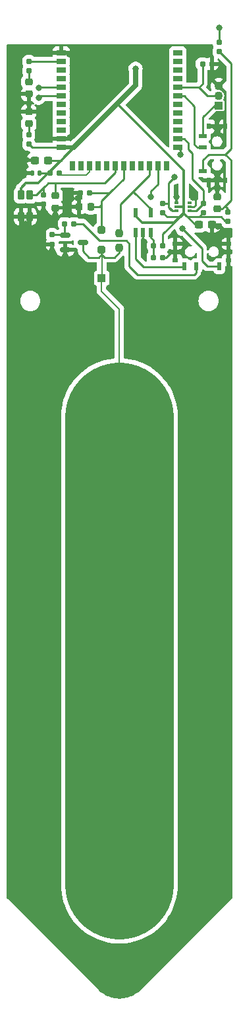
<source format=gtl>
G04 #@! TF.GenerationSoftware,KiCad,Pcbnew,7.0.9*
G04 #@! TF.CreationDate,2024-02-29T00:36:21+01:00*
G04 #@! TF.ProjectId,Mad_PlantBug,4d61645f-506c-4616-9e74-4275672e6b69,rev?*
G04 #@! TF.SameCoordinates,Original*
G04 #@! TF.FileFunction,Copper,L1,Top*
G04 #@! TF.FilePolarity,Positive*
%FSLAX46Y46*%
G04 Gerber Fmt 4.6, Leading zero omitted, Abs format (unit mm)*
G04 Created by KiCad (PCBNEW 7.0.9) date 2024-02-29 00:36:21*
%MOMM*%
%LPD*%
G01*
G04 APERTURE LIST*
G04 Aperture macros list*
%AMRoundRect*
0 Rectangle with rounded corners*
0 $1 Rounding radius*
0 $2 $3 $4 $5 $6 $7 $8 $9 X,Y pos of 4 corners*
0 Add a 4 corners polygon primitive as box body*
4,1,4,$2,$3,$4,$5,$6,$7,$8,$9,$2,$3,0*
0 Add four circle primitives for the rounded corners*
1,1,$1+$1,$2,$3*
1,1,$1+$1,$4,$5*
1,1,$1+$1,$6,$7*
1,1,$1+$1,$8,$9*
0 Add four rect primitives between the rounded corners*
20,1,$1+$1,$2,$3,$4,$5,0*
20,1,$1+$1,$4,$5,$6,$7,0*
20,1,$1+$1,$6,$7,$8,$9,0*
20,1,$1+$1,$8,$9,$2,$3,0*%
G04 Aperture macros list end*
G04 #@! TA.AperFunction,SMDPad,CuDef*
%ADD10RoundRect,0.160000X-0.197500X-0.160000X0.197500X-0.160000X0.197500X0.160000X-0.197500X0.160000X0*%
G04 #@! TD*
G04 #@! TA.AperFunction,SMDPad,CuDef*
%ADD11RoundRect,0.218750X-0.256250X0.218750X-0.256250X-0.218750X0.256250X-0.218750X0.256250X0.218750X0*%
G04 #@! TD*
G04 #@! TA.AperFunction,ComponentPad*
%ADD12R,1.100000X1.100000*%
G04 #@! TD*
G04 #@! TA.AperFunction,ComponentPad*
%ADD13C,1.100000*%
G04 #@! TD*
G04 #@! TA.AperFunction,SMDPad,CuDef*
%ADD14RoundRect,0.225000X0.250000X-0.225000X0.250000X0.225000X-0.250000X0.225000X-0.250000X-0.225000X0*%
G04 #@! TD*
G04 #@! TA.AperFunction,SMDPad,CuDef*
%ADD15RoundRect,0.218750X0.256250X-0.218750X0.256250X0.218750X-0.256250X0.218750X-0.256250X-0.218750X0*%
G04 #@! TD*
G04 #@! TA.AperFunction,SMDPad,CuDef*
%ADD16RoundRect,0.160000X0.197500X0.160000X-0.197500X0.160000X-0.197500X-0.160000X0.197500X-0.160000X0*%
G04 #@! TD*
G04 #@! TA.AperFunction,SMDPad,CuDef*
%ADD17RoundRect,0.160000X-0.160000X0.197500X-0.160000X-0.197500X0.160000X-0.197500X0.160000X0.197500X0*%
G04 #@! TD*
G04 #@! TA.AperFunction,SMDPad,CuDef*
%ADD18RoundRect,0.088500X0.206500X-0.516500X0.206500X0.516500X-0.206500X0.516500X-0.206500X-0.516500X0*%
G04 #@! TD*
G04 #@! TA.AperFunction,SMDPad,CuDef*
%ADD19R,1.198880X0.698500*%
G04 #@! TD*
G04 #@! TA.AperFunction,SMDPad,CuDef*
%ADD20R,0.698500X1.198880*%
G04 #@! TD*
G04 #@! TA.AperFunction,SMDPad,CuDef*
%ADD21R,0.475000X0.300000*%
G04 #@! TD*
G04 #@! TA.AperFunction,SMDPad,CuDef*
%ADD22RoundRect,0.250000X-0.250000X0.250000X-0.250000X-0.250000X0.250000X-0.250000X0.250000X0.250000X0*%
G04 #@! TD*
G04 #@! TA.AperFunction,SMDPad,CuDef*
%ADD23RoundRect,0.237500X-0.237500X0.250000X-0.237500X-0.250000X0.237500X-0.250000X0.237500X0.250000X0*%
G04 #@! TD*
G04 #@! TA.AperFunction,SMDPad,CuDef*
%ADD24RoundRect,0.140351X0.259649X-0.469899X0.259649X0.469899X-0.259649X0.469899X-0.259649X-0.469899X0*%
G04 #@! TD*
G04 #@! TA.AperFunction,SMDPad,CuDef*
%ADD25RoundRect,0.140351X0.259649X-0.451649X0.259649X0.451649X-0.259649X0.451649X-0.259649X-0.451649X0*%
G04 #@! TD*
G04 #@! TA.AperFunction,SMDPad,CuDef*
%ADD26RoundRect,0.237500X0.300000X0.237500X-0.300000X0.237500X-0.300000X-0.237500X0.300000X-0.237500X0*%
G04 #@! TD*
G04 #@! TA.AperFunction,SMDPad,CuDef*
%ADD27RoundRect,0.225000X-0.250000X0.225000X-0.250000X-0.225000X0.250000X-0.225000X0.250000X0.225000X0*%
G04 #@! TD*
G04 #@! TA.AperFunction,SMDPad,CuDef*
%ADD28RoundRect,0.225000X0.225000X0.250000X-0.225000X0.250000X-0.225000X-0.250000X0.225000X-0.250000X0*%
G04 #@! TD*
G04 #@! TA.AperFunction,SMDPad,CuDef*
%ADD29RoundRect,0.150000X-0.512500X-0.150000X0.512500X-0.150000X0.512500X0.150000X-0.512500X0.150000X0*%
G04 #@! TD*
G04 #@! TA.AperFunction,SMDPad,CuDef*
%ADD30RoundRect,0.237500X-0.300000X-0.237500X0.300000X-0.237500X0.300000X0.237500X-0.300000X0.237500X0*%
G04 #@! TD*
G04 #@! TA.AperFunction,SMDPad,CuDef*
%ADD31R,1.000000X1.000000*%
G04 #@! TD*
G04 #@! TA.AperFunction,SMDPad,CuDef*
%ADD32RoundRect,0.160000X0.160000X-0.197500X0.160000X0.197500X-0.160000X0.197500X-0.160000X-0.197500X0*%
G04 #@! TD*
G04 #@! TA.AperFunction,SMDPad,CuDef*
%ADD33RoundRect,0.140000X0.140000X0.170000X-0.140000X0.170000X-0.140000X-0.170000X0.140000X-0.170000X0*%
G04 #@! TD*
G04 #@! TA.AperFunction,SMDPad,CuDef*
%ADD34R,0.800000X0.500000*%
G04 #@! TD*
G04 #@! TA.AperFunction,SMDPad,CuDef*
%ADD35R,0.500000X1.000000*%
G04 #@! TD*
G04 #@! TA.AperFunction,SMDPad,CuDef*
%ADD36R,0.500000X0.800000*%
G04 #@! TD*
G04 #@! TA.AperFunction,SMDPad,CuDef*
%ADD37R,1.000000X0.500000*%
G04 #@! TD*
G04 #@! TA.AperFunction,ViaPad*
%ADD38C,0.800000*%
G04 #@! TD*
G04 #@! TA.AperFunction,Conductor*
%ADD39C,0.250000*%
G04 #@! TD*
G04 #@! TA.AperFunction,Conductor*
%ADD40C,0.200000*%
G04 #@! TD*
G04 #@! TA.AperFunction,Conductor*
%ADD41C,0.300000*%
G04 #@! TD*
G04 #@! TA.AperFunction,Conductor*
%ADD42C,0.500000*%
G04 #@! TD*
G04 #@! TA.AperFunction,Conductor*
%ADD43C,0.650000*%
G04 #@! TD*
G04 #@! TA.AperFunction,Conductor*
%ADD44C,14.000000*%
G04 #@! TD*
G04 APERTURE END LIST*
D10*
G04 #@! TO.P,R8,1*
G04 #@! TO.N,VCC*
X52234500Y-51816000D03*
G04 #@! TO.P,R8,2*
G04 #@! TO.N,PWR_SENSE*
X53429500Y-51816000D03*
G04 #@! TD*
D11*
G04 #@! TO.P,D1,2,A*
G04 #@! TO.N,Net-(D1-A)*
X49530000Y-45491500D03*
G04 #@! TO.P,D1,1,K*
G04 #@! TO.N,GND*
X49530000Y-43916500D03*
G04 #@! TD*
D12*
G04 #@! TO.P,J2,1,Pin_1*
G04 #@! TO.N,SWDIO*
X73958000Y-43153500D03*
D13*
G04 #@! TO.P,J2,2,Pin_2*
G04 #@! TO.N,SWCLK*
X73958000Y-41903500D03*
G04 #@! TO.P,J2,3,Pin_3*
G04 #@! TO.N,GND*
X73958000Y-40653500D03*
G04 #@! TD*
D14*
G04 #@! TO.P,C1,1*
G04 #@! TO.N,nRESET*
X73753000Y-56381500D03*
G04 #@! TO.P,C1,2*
G04 #@! TO.N,GND*
X73753000Y-54831500D03*
G04 #@! TD*
D15*
G04 #@! TO.P,D2,2,A*
G04 #@! TO.N,Net-(D2-A)*
X49530000Y-40106500D03*
G04 #@! TO.P,D2,1,K*
G04 #@! TO.N,GND*
X49530000Y-41681500D03*
G04 #@! TD*
D16*
G04 #@! TO.P,R6,1*
G04 #@! TO.N,CAP_SENSE*
X57332500Y-54349500D03*
G04 #@! TO.P,R6,2*
G04 #@! TO.N,GND*
X56137500Y-54349500D03*
G04 #@! TD*
D17*
G04 #@! TO.P,R2,1*
G04 #@! TO.N,Net-(S3-COM_2)*
X74007000Y-35045500D03*
G04 #@! TO.P,R2,2*
G04 #@! TO.N,nRESET*
X74007000Y-36240500D03*
G04 #@! TD*
D18*
G04 #@! TO.P,U2,5,V+*
G04 #@! TO.N,VCC*
X63278000Y-56921000D03*
G04 #@! TO.P,U2,4,-IN*
G04 #@! TO.N,PWM*
X65178000Y-56921000D03*
G04 #@! TO.P,U2,3,+IN*
G04 #@! TO.N,Net-(U2-+IN)*
X65178000Y-59431000D03*
G04 #@! TO.P,U2,2,V-*
G04 #@! TO.N,GND*
X64228000Y-59431000D03*
G04 #@! TO.P,U2,1,OUT*
G04 #@! TO.N,COMP_OUT*
X63278000Y-59431000D03*
G04 #@! TD*
D19*
G04 #@! TO.P,U1,36,P20*
G04 #@! TO.N,unconnected-(U1-P20-Pad36)*
X68678080Y-36419240D03*
G04 #@! TO.P,U1,35,P19*
G04 #@! TO.N,unconnected-(U1-P19-Pad35)*
X68678080Y-37519060D03*
G04 #@! TO.P,U1,34,P18*
G04 #@! TO.N,unconnected-(U1-P18-Pad34)*
X68678080Y-38618880D03*
G04 #@! TO.P,U1,33,P17*
G04 #@! TO.N,unconnected-(U1-P17-Pad33)*
X68678080Y-39718700D03*
G04 #@! TO.P,U1,32,SWCLK*
G04 #@! TO.N,SWCLK*
X68678080Y-40818520D03*
G04 #@! TO.P,U1,31,SWDIO*
G04 #@! TO.N,SWDIO{slash}nRESET*
X68678080Y-41918340D03*
G04 #@! TO.P,U1,30,P16*
G04 #@! TO.N,unconnected-(U1-P16-Pad30)*
X68678080Y-43018160D03*
G04 #@! TO.P,U1,29,P15*
G04 #@! TO.N,unconnected-(U1-P15-Pad29)*
X68678080Y-44117980D03*
G04 #@! TO.P,U1,28,P14*
G04 #@! TO.N,unconnected-(U1-P14-Pad28)*
X68678080Y-45217800D03*
G04 #@! TO.P,U1,27,P13*
G04 #@! TO.N,unconnected-(U1-P13-Pad27)*
X68678080Y-46317620D03*
G04 #@! TO.P,U1,26,P12*
G04 #@! TO.N,I2C_SCL*
X68678080Y-47417440D03*
G04 #@! TO.P,U1,25,P11*
G04 #@! TO.N,I2C_SDA*
X68678080Y-48517260D03*
D20*
G04 #@! TO.P,U1,24,P10*
G04 #@! TO.N,unconnected-(U1-P10-Pad24)*
X67227740Y-50866760D03*
G04 #@! TO.P,U1,23,P09*
G04 #@! TO.N,DISCHARGE_MANUAL*
X66127920Y-50866760D03*
G04 #@! TO.P,U1,22,P08*
G04 #@! TO.N,PWM*
X65028100Y-50866760D03*
G04 #@! TO.P,U1,21,P07*
G04 #@! TO.N,unconnected-(U1-P07-Pad21)*
X63928280Y-50866760D03*
G04 #@! TO.P,U1,20,P06*
G04 #@! TO.N,unconnected-(U1-P06-Pad20)*
X62828460Y-50866760D03*
G04 #@! TO.P,U1,19,P05*
G04 #@! TO.N,CAP_SENSE*
X61728640Y-50866760D03*
G04 #@! TO.P,U1,18,P04*
G04 #@! TO.N,LIGHT_SENSE*
X60631360Y-50866760D03*
G04 #@! TO.P,U1,17,P03*
G04 #@! TO.N,unconnected-(U1-P03-Pad17)*
X59531540Y-50866760D03*
G04 #@! TO.P,U1,16,P02*
G04 #@! TO.N,unconnected-(U1-P02-Pad16)*
X58431720Y-50866760D03*
G04 #@! TO.P,U1,15,P01*
G04 #@! TO.N,PWR_SENSE*
X57331900Y-50866760D03*
G04 #@! TO.P,U1,14,P00*
G04 #@! TO.N,unconnected-(U1-P00-Pad14)*
X56232080Y-50866760D03*
G04 #@! TO.P,U1,13,P30*
G04 #@! TO.N,unconnected-(U1-P30-Pad13)*
X55132260Y-50866760D03*
D19*
G04 #@! TO.P,U1,12,VCC*
G04 #@! TO.N,VCC*
X53681920Y-48517260D03*
G04 #@! TO.P,U1,11,GND*
G04 #@! TO.N,GND*
X53681920Y-47417440D03*
G04 #@! TO.P,U1,10,P29*
G04 #@! TO.N,unconnected-(U1-P29-Pad10)*
X53681920Y-46317620D03*
G04 #@! TO.P,U1,9,P28*
G04 #@! TO.N,unconnected-(U1-P28-Pad9)*
X53681920Y-45217800D03*
G04 #@! TO.P,U1,8,NC*
G04 #@! TO.N,unconnected-(U1-NC-Pad8)*
X53681920Y-44117980D03*
G04 #@! TO.P,U1,7,NC*
G04 #@! TO.N,unconnected-(U1-NC-Pad7)*
X53681920Y-43018160D03*
G04 #@! TO.P,U1,6,P25*
G04 #@! TO.N,UART_TX*
X53681920Y-41918340D03*
G04 #@! TO.P,U1,5,P24*
G04 #@! TO.N,UART_RX*
X53681920Y-40818520D03*
G04 #@! TO.P,U1,4,P23*
G04 #@! TO.N,unconnected-(U1-P23-Pad4)*
X53681920Y-39718700D03*
G04 #@! TO.P,U1,3,P22*
G04 #@! TO.N,unconnected-(U1-P22-Pad3)*
X53681920Y-38618880D03*
G04 #@! TO.P,U1,2,P21*
G04 #@! TO.N,SIG_ALIVE*
X53681920Y-37519060D03*
G04 #@! TO.P,U1,1,GND*
G04 #@! TO.N,GND*
X53681920Y-36419240D03*
G04 #@! TD*
D17*
G04 #@! TO.P,R13,1*
G04 #@! TO.N,LIGHT_SENSE*
X51401000Y-54628000D03*
G04 #@! TO.P,R13,2*
G04 #@! TO.N,GND*
X51401000Y-55823000D03*
G04 #@! TD*
D10*
G04 #@! TO.P,R21,2*
G04 #@! TO.N,VCC*
X66768000Y-61080500D03*
G04 #@! TO.P,R21,1*
G04 #@! TO.N,Net-(U2-+IN)*
X65573000Y-61080500D03*
G04 #@! TD*
D21*
G04 #@! TO.P,IC1,6,SDA*
G04 #@! TO.N,I2C_SDA*
X68521000Y-56657000D03*
G04 #@! TO.P,IC1,5,V+*
G04 #@! TO.N,VCC*
X68521000Y-56157000D03*
G04 #@! TO.P,IC1,4,ADD0*
G04 #@! TO.N,GND*
X68521000Y-55657000D03*
G04 #@! TO.P,IC1,3,ALERT*
G04 #@! TO.N,unconnected-(IC1-ALERT-Pad3)*
X70197000Y-55657000D03*
G04 #@! TO.P,IC1,2,GND*
G04 #@! TO.N,GND*
X70197000Y-56157000D03*
G04 #@! TO.P,IC1,1,SCL*
G04 #@! TO.N,I2C_SCL*
X70197000Y-56657000D03*
G04 #@! TD*
D22*
G04 #@! TO.P,D3,1,K*
G04 #@! TO.N,CAP_SENSE*
X58894000Y-59088500D03*
G04 #@! TO.P,D3,2,A*
G04 #@! TO.N,C_Sense*
X58894000Y-61588500D03*
G04 #@! TD*
D17*
G04 #@! TO.P,R5,2*
G04 #@! TO.N,Net-(D2-A)*
X49530000Y-38697500D03*
G04 #@! TO.P,R5,1*
G04 #@! TO.N,SIG_ALIVE*
X49530000Y-37502500D03*
G04 #@! TD*
D23*
G04 #@! TO.P,R7,1*
G04 #@! TO.N,PWM*
X61180000Y-59509500D03*
G04 #@! TO.P,R7,2*
G04 #@! TO.N,C_Sense*
X61180000Y-61334500D03*
G04 #@! TD*
D24*
G04 #@! TO.P,D4,4,GND*
G04 #@! TO.N,GND*
X49623000Y-57384500D03*
D25*
G04 #@! TO.P,D4,3,GND*
X48501500Y-57366250D03*
G04 #@! TO.P,D4,2,OUT*
G04 #@! TO.N,LIGHT_SENSE*
X49623000Y-54615250D03*
G04 #@! TO.P,D4,1,VCC*
G04 #@! TO.N,VCC*
X48501500Y-54615250D03*
G04 #@! TD*
D26*
G04 #@! TO.P,C2,2*
G04 #@! TO.N,GND*
X50311000Y-50158500D03*
G04 #@! TO.P,C2,1*
G04 #@! TO.N,VCC*
X52036000Y-50158500D03*
G04 #@! TD*
D27*
G04 #@! TO.P,C6,1*
G04 #@! TO.N,LIGHT_SENSE*
X52925000Y-54704500D03*
G04 #@! TO.P,C6,2*
G04 #@! TO.N,GND*
X52925000Y-56254500D03*
G04 #@! TD*
D28*
G04 #@! TO.P,C4,1*
G04 #@! TO.N,CAP_SENSE*
X57510000Y-56127500D03*
G04 #@! TO.P,C4,2*
G04 #@! TO.N,GND*
X55960000Y-56127500D03*
G04 #@! TD*
D29*
G04 #@! TO.P,Q2,1,G*
G04 #@! TO.N,Net-(Q2-G)*
X54200500Y-59749500D03*
G04 #@! TO.P,Q2,2,S*
G04 #@! TO.N,GND*
X54200500Y-61649500D03*
G04 #@! TO.P,Q2,3,D*
G04 #@! TO.N,C_Sense*
X56475500Y-60699500D03*
G04 #@! TD*
D30*
G04 #@! TO.P,C9,2*
G04 #@! TO.N,GND*
X73091500Y-58451000D03*
G04 #@! TO.P,C9,1*
G04 #@! TO.N,VCC*
X71366500Y-58451000D03*
G04 #@! TD*
D31*
G04 #@! TO.P,TP1,1,1*
G04 #@! TO.N,C_Sense*
X58894000Y-65271500D03*
G04 #@! TD*
D32*
G04 #@! TO.P,R19,2*
G04 #@! TO.N,I2C_SDA*
X66768000Y-55694500D03*
G04 #@! TO.P,R19,1*
G04 #@! TO.N,VCC*
X66768000Y-56889500D03*
G04 #@! TD*
D16*
G04 #@! TO.P,R9,1*
G04 #@! TO.N,DISCHARGE*
X55324000Y-58286500D03*
G04 #@! TO.P,R9,2*
G04 #@! TO.N,Net-(Q2-G)*
X54129000Y-58286500D03*
G04 #@! TD*
D10*
G04 #@! TO.P,R3,1*
G04 #@! TO.N,SWCLK*
X71862500Y-37801500D03*
G04 #@! TO.P,R3,2*
G04 #@! TO.N,GND*
X73057500Y-37801500D03*
G04 #@! TD*
D17*
G04 #@! TO.P,R12,1*
G04 #@! TO.N,Net-(Q2-G)*
X52544000Y-59721000D03*
G04 #@! TO.P,R12,2*
G04 #@! TO.N,GND*
X52544000Y-60916000D03*
G04 #@! TD*
D33*
G04 #@! TO.P,C3,2*
G04 #@! TO.N,GND*
X49933000Y-51809500D03*
G04 #@! TO.P,C3,1*
G04 #@! TO.N,VCC*
X50893000Y-51809500D03*
G04 #@! TD*
D16*
G04 #@! TO.P,R20,1*
G04 #@! TO.N,GND*
X66730500Y-62604500D03*
G04 #@! TO.P,R20,2*
G04 #@! TO.N,Net-(U2-+IN)*
X65535500Y-62604500D03*
G04 #@! TD*
D32*
G04 #@! TO.P,R1,2*
G04 #@! TO.N,nRESET*
X75150000Y-56800000D03*
G04 #@! TO.P,R1,1*
G04 #@! TO.N,VCC*
X75150000Y-57995000D03*
G04 #@! TD*
D34*
G04 #@! TO.P,S1,MP4,MP4*
G04 #@! TO.N,GND*
X75240000Y-62941500D03*
G04 #@! TO.P,S1,MP3,MP3*
X75240000Y-60841500D03*
G04 #@! TO.P,S1,MP2,MP2*
X68340000Y-60841500D03*
G04 #@! TO.P,S1,MP1,MP1*
X68340000Y-62941500D03*
D35*
G04 #@! TO.P,S1,C1,ON*
G04 #@! TO.N,COMP_OUT*
X69540000Y-63741500D03*
G04 #@! TO.P,S1,B1,COM*
G04 #@! TO.N,DISCHARGE*
X71040000Y-63741500D03*
G04 #@! TO.P,S1,A1,NC*
G04 #@! TO.N,DISCHARGE_MANUAL*
X74040000Y-63741500D03*
G04 #@! TD*
D32*
G04 #@! TO.P,R18,2*
G04 #@! TO.N,I2C_SCL*
X71975000Y-55694500D03*
G04 #@! TO.P,R18,1*
G04 #@! TO.N,VCC*
X71975000Y-56889500D03*
G04 #@! TD*
D36*
G04 #@! TO.P,S2,MP4,MP4*
G04 #@! TO.N,GND*
X72695000Y-52727500D03*
G04 #@! TO.P,S2,MP3,MP3*
X74795000Y-52727500D03*
G04 #@! TO.P,S2,MP2,MP2*
X74795000Y-45827500D03*
G04 #@! TO.P,S2,MP1,MP1*
X72695000Y-45827500D03*
D37*
G04 #@! TO.P,S2,C1,ON*
G04 #@! TO.N,SWDIO*
X71895000Y-47027500D03*
G04 #@! TO.P,S2,B1,COM*
G04 #@! TO.N,SWDIO{slash}nRESET*
X71895000Y-48527500D03*
G04 #@! TO.P,S2,A1,NC*
G04 #@! TO.N,nRESET*
X71895000Y-51527500D03*
G04 #@! TD*
D32*
G04 #@! TO.P,R4,1*
G04 #@! TO.N,VCC*
X49530000Y-48095500D03*
G04 #@! TO.P,R4,2*
G04 #@! TO.N,Net-(D1-A)*
X49530000Y-46900500D03*
G04 #@! TD*
D38*
G04 #@! TO.N,UART_TX*
X50800000Y-42164000D03*
G04 #@! TO.N,UART_RX*
X50800000Y-40894000D03*
G04 #@! TO.N,I2C_SDA*
X69054000Y-49396500D03*
X68292000Y-52317500D03*
G04 #@! TO.N,GND*
X54189500Y-70501500D03*
X49050000Y-51811500D03*
X47419500Y-70501500D03*
X49115000Y-58286500D03*
X65865000Y-38671500D03*
X54202000Y-66211500D03*
X57750000Y-38671500D03*
X52509500Y-66211500D03*
X51401000Y-56622500D03*
X66980000Y-38671500D03*
X55808500Y-54984500D03*
X68310000Y-61881500D03*
X49112000Y-70501500D03*
X54195000Y-62350500D03*
X47432000Y-66211500D03*
X68057500Y-70501500D03*
X49530000Y-42926000D03*
X74827500Y-70501500D03*
X73745000Y-52071500D03*
X69762500Y-66211500D03*
X52544000Y-61715500D03*
X56635000Y-38671500D03*
X70604589Y-54932133D03*
X52497000Y-70501500D03*
X52925000Y-57130500D03*
X54703000Y-36569500D03*
X64355000Y-60572500D03*
X74840000Y-66211500D03*
X54830000Y-47237500D03*
X73147500Y-66211500D03*
X73880000Y-58667500D03*
X68070000Y-66211500D03*
X71455000Y-66211500D03*
X73753000Y-53841500D03*
X73135000Y-70501500D03*
X55520000Y-38671500D03*
X49250000Y-50141500D03*
X64750000Y-38671500D03*
X49124500Y-66211500D03*
X69750000Y-70501500D03*
X68546000Y-54895000D03*
X50804500Y-70501500D03*
X71442500Y-70501500D03*
X50817000Y-66211500D03*
X73745000Y-46483500D03*
X75260000Y-61881500D03*
G04 #@! TO.N,VCC*
X63261000Y-38411500D03*
G04 #@! TO.N,DISCHARGE_MANUAL*
X65244000Y-54857500D03*
X69308000Y-58959000D03*
G04 #@! TO.N,Net-(S3-COM_2)*
X74007000Y-33140500D03*
G04 #@! TD*
D39*
G04 #@! TO.N,UART_TX*
X50800000Y-42164000D02*
X51045660Y-41918340D01*
X51045660Y-41918340D02*
X53681920Y-41918340D01*
G04 #@! TO.N,UART_RX*
X53681920Y-40818520D02*
X50875480Y-40818520D01*
X50875480Y-40818520D02*
X50800000Y-40894000D01*
D40*
G04 #@! TO.N,PWR_SENSE*
X53429500Y-51816000D02*
X53683500Y-52070000D01*
X56896000Y-52070000D02*
X57331900Y-51634100D01*
X57331900Y-51634100D02*
X57331900Y-50866760D01*
X53683500Y-52070000D02*
X56896000Y-52070000D01*
D41*
G04 #@! TO.N,VCC*
X48501500Y-53892000D02*
X48501500Y-53733500D01*
X48501500Y-53733500D02*
X49149000Y-53086000D01*
X49149000Y-53086000D02*
X50759500Y-53086000D01*
X50759500Y-53086000D02*
X52099500Y-51746000D01*
D39*
G04 #@! TO.N,LIGHT_SENSE*
X52925000Y-54704500D02*
X52925000Y-53086000D01*
X51401000Y-54628000D02*
X51401000Y-53714500D01*
X51401000Y-53714500D02*
X52029500Y-53086000D01*
X59268500Y-53086000D02*
X60631360Y-51723140D01*
X52029500Y-53086000D02*
X59268500Y-53086000D01*
X60631360Y-51723140D02*
X60631360Y-50866760D01*
G04 #@! TO.N,VCC*
X53681920Y-48517260D02*
X49964760Y-48517260D01*
X49964760Y-48517260D02*
X49958260Y-48523760D01*
G04 #@! TO.N,I2C_SCL*
X71012500Y-56657000D02*
X71975000Y-55694500D01*
X70197000Y-56657000D02*
X71012500Y-56657000D01*
X69527520Y-47417440D02*
X68678080Y-47417440D01*
X70070000Y-48761500D02*
X70070000Y-47959920D01*
X70578000Y-49269500D02*
X70070000Y-48761500D01*
X70578000Y-52571500D02*
X70578000Y-49269500D01*
X71975000Y-55694500D02*
X71975000Y-53968500D01*
X71975000Y-53968500D02*
X70578000Y-52571500D01*
X70070000Y-47959920D02*
X69527520Y-47417440D01*
G04 #@! TO.N,I2C_SDA*
X67530000Y-53079500D02*
X67530000Y-56203500D01*
X69054000Y-48893180D02*
X69054000Y-49396500D01*
X67983500Y-56657000D02*
X68521000Y-56657000D01*
X66768000Y-55694500D02*
X67478000Y-55694500D01*
X67478000Y-55694500D02*
X67530000Y-55746500D01*
X68678080Y-48517260D02*
X69054000Y-48893180D01*
X68292000Y-52317500D02*
X67530000Y-53079500D01*
X67530000Y-56203500D02*
X67873000Y-56546500D01*
X67657000Y-56330500D02*
X67983500Y-56657000D01*
G04 #@! TO.N,DISCHARGE*
X62450000Y-63747500D02*
X63524000Y-64821500D01*
X62069000Y-60445500D02*
X62450000Y-60826500D01*
X55324000Y-58286500D02*
X56481000Y-58286500D01*
X71042000Y-64553500D02*
X71042000Y-63347500D01*
X62450000Y-60826500D02*
X62450000Y-63747500D01*
X63524000Y-64821500D02*
X70774000Y-64821500D01*
X56481000Y-58286500D02*
X58640000Y-60445500D01*
X70774000Y-64821500D02*
X71042000Y-64553500D01*
X58640000Y-60445500D02*
X62069000Y-60445500D01*
G04 #@! TO.N,COMP_OUT*
X69540000Y-63741500D02*
X69490000Y-63791500D01*
X64272000Y-63791500D02*
X63278000Y-62797500D01*
X69490000Y-63791500D02*
X64272000Y-63791500D01*
X63214750Y-59494250D02*
X63278000Y-59431000D01*
X63278000Y-62797500D02*
X63278000Y-59431000D01*
G04 #@! TO.N,Net-(U2-+IN)*
X65535500Y-60408000D02*
X65535500Y-62604500D01*
X65178000Y-59431000D02*
X65178000Y-60050500D01*
X65178000Y-60050500D02*
X65535500Y-60408000D01*
G04 #@! TO.N,GND*
X73880000Y-58667500D02*
X73663500Y-58451000D01*
X49115000Y-58286500D02*
X49623000Y-57778500D01*
X49052000Y-51809500D02*
X49050000Y-51811500D01*
X52544000Y-60916000D02*
X52544000Y-61715500D01*
X73057500Y-37741500D02*
X73057500Y-39753000D01*
X49933000Y-51809500D02*
X49052000Y-51809500D01*
X72695000Y-45827500D02*
X72695000Y-45941500D01*
X73089000Y-52727500D02*
X73745000Y-52071500D01*
X68340000Y-62941500D02*
X68340000Y-62021500D01*
D41*
X68521000Y-54920000D02*
X68546000Y-54895000D01*
X68521000Y-55657000D02*
X68521000Y-54920000D01*
D39*
X70197000Y-56157000D02*
X70734500Y-56157000D01*
X56137500Y-54349500D02*
X56137500Y-54655500D01*
X68312000Y-61487500D02*
X67195000Y-62604500D01*
X64228000Y-59431000D02*
X64228000Y-60445500D01*
X48501500Y-57673000D02*
X48501500Y-57366250D01*
X75068000Y-61891500D02*
X75240000Y-62063500D01*
X73663500Y-58451000D02*
X73091500Y-58451000D01*
X54200500Y-62345000D02*
X54195000Y-62350500D01*
X70959000Y-55932500D02*
X70959000Y-55286544D01*
X51401000Y-55823000D02*
X51401000Y-56622500D01*
X49267000Y-50158500D02*
X49250000Y-50141500D01*
D42*
X54650060Y-47417440D02*
X54830000Y-47237500D01*
D39*
X55960000Y-55136000D02*
X55808500Y-54984500D01*
X49623000Y-57778500D02*
X49623000Y-57384500D01*
X54200500Y-61649500D02*
X54200500Y-62345000D01*
X74795000Y-45827500D02*
X74401000Y-45827500D01*
X70959000Y-55286544D02*
X70604589Y-54932133D01*
X64228000Y-60445500D02*
X64355000Y-60572500D01*
X73753000Y-54831500D02*
X73753000Y-53955500D01*
X75240000Y-61719500D02*
X75240000Y-60841500D01*
X72695000Y-45827500D02*
X73089000Y-45827500D01*
X68340000Y-60841500D02*
X68340000Y-61761500D01*
X74401000Y-52727500D02*
X73745000Y-52071500D01*
X73089000Y-45827500D02*
X73745000Y-46483500D01*
D42*
X53681920Y-36419240D02*
X54552740Y-36419240D01*
X53681920Y-47417440D02*
X54650060Y-47417440D01*
D39*
X70734500Y-56157000D02*
X70959000Y-55932500D01*
X49530000Y-41681500D02*
X49530000Y-42926000D01*
X56137500Y-54655500D02*
X55808500Y-54984500D01*
X73057500Y-39753000D02*
X73958000Y-40653500D01*
X50311000Y-50158500D02*
X49267000Y-50158500D01*
X55960000Y-56127500D02*
X55960000Y-55136000D01*
D42*
X54552740Y-36419240D02*
X54703000Y-36569500D01*
D39*
X52925000Y-56254500D02*
X52925000Y-57130500D01*
X72695000Y-52727500D02*
X73089000Y-52727500D01*
X74795000Y-52727500D02*
X74401000Y-52727500D01*
X75240000Y-62063500D02*
X75240000Y-62941500D01*
X49115000Y-58286500D02*
X48501500Y-57673000D01*
X74401000Y-45827500D02*
X73745000Y-46483500D01*
X67195000Y-62604500D02*
X66730500Y-62604500D01*
X49530000Y-43916500D02*
X49530000Y-42926000D01*
G04 #@! TO.N,PWM*
X65028100Y-50866760D02*
X65028100Y-52025400D01*
X62984750Y-54222500D02*
X62831000Y-54222500D01*
X61434000Y-59509500D02*
X61180000Y-59509500D01*
X65178000Y-56921000D02*
X65178000Y-56415750D01*
X65178000Y-56415750D02*
X62984750Y-54222500D01*
X65028100Y-52025400D02*
X61307000Y-55746500D01*
X61307000Y-55746500D02*
X61307000Y-59548000D01*
G04 #@! TO.N,VCC*
X69435000Y-56932500D02*
X69435000Y-56927000D01*
D41*
X69435000Y-51428500D02*
X60989500Y-42983000D01*
X69435000Y-56927000D02*
X69435000Y-51428500D01*
D39*
X52036000Y-51809500D02*
X52099500Y-51746000D01*
D42*
X55328240Y-48517260D02*
X53681920Y-48517260D01*
D41*
X52099500Y-51746000D02*
X53750500Y-50095000D01*
D39*
X71366500Y-58451000D02*
X70959000Y-58451000D01*
X69625500Y-57117500D02*
X69435000Y-56927000D01*
X74731500Y-57868000D02*
X74298500Y-57435000D01*
X66768000Y-61080500D02*
X66768000Y-59599500D01*
D43*
X55592000Y-48253500D02*
X55328240Y-48517260D01*
X63261000Y-38411500D02*
X63261000Y-40584500D01*
D39*
X52036000Y-50158500D02*
X53687000Y-50158500D01*
X49958260Y-48523760D02*
X49530000Y-48095500D01*
X63278000Y-56921000D02*
X63278000Y-57336500D01*
X67313500Y-57435000D02*
X68932500Y-57435000D01*
D41*
X53750500Y-50095000D02*
X55592000Y-48253500D01*
D39*
X69943000Y-57435000D02*
X69625500Y-57117500D01*
X75277000Y-57868000D02*
X74731500Y-57868000D01*
X71975000Y-56889500D02*
X71429500Y-57435000D01*
D41*
X63278000Y-57336500D02*
X64101000Y-58159500D01*
X69435000Y-56157000D02*
X68521000Y-56157000D01*
D39*
X74298500Y-57435000D02*
X71213000Y-57435000D01*
X69247250Y-57120250D02*
X69435000Y-56932500D01*
X66768000Y-59599500D02*
X69247250Y-57120250D01*
D43*
X55909500Y-47936000D02*
X55592000Y-48253500D01*
D39*
X68932500Y-57435000D02*
X69247250Y-57120250D01*
X50893000Y-51809500D02*
X52036000Y-51809500D01*
X66768000Y-56889500D02*
X67313500Y-57435000D01*
X70959000Y-58451000D02*
X69625500Y-57117500D01*
X71429500Y-57435000D02*
X69943000Y-57435000D01*
D43*
X60989500Y-42856000D02*
X55909500Y-47936000D01*
D41*
X48501500Y-54615250D02*
X48501500Y-53985250D01*
X68202500Y-58159500D02*
X69435000Y-56927000D01*
D39*
X53687000Y-50158500D02*
X53750500Y-50095000D01*
D41*
X60989500Y-42983000D02*
X60989500Y-42856000D01*
D43*
X63261000Y-40584500D02*
X60989500Y-42856000D01*
D41*
X64101000Y-58159500D02*
X68202500Y-58159500D01*
D39*
G04 #@! TO.N,LIGHT_SENSE*
X50500250Y-54615250D02*
X51591500Y-53524000D01*
X49623000Y-54615250D02*
X50500250Y-54615250D01*
G04 #@! TO.N,C_Sense*
X61180000Y-61334500D02*
X61180000Y-61969500D01*
X59275000Y-62604500D02*
X58894000Y-62223500D01*
X60545000Y-62604500D02*
X59275000Y-62604500D01*
X58513000Y-62604500D02*
X58894000Y-62223500D01*
X56475500Y-61837000D02*
X57243000Y-62604500D01*
X61180000Y-61969500D02*
X60545000Y-62604500D01*
X56475500Y-60699500D02*
X56475500Y-61837000D01*
D40*
X58894000Y-66939500D02*
X58894000Y-65271500D01*
X61180000Y-83032000D02*
X61180000Y-69225500D01*
X61180000Y-69225500D02*
X58894000Y-66939500D01*
D44*
X61180000Y-83032000D02*
X61180000Y-143032000D01*
D39*
X58894000Y-62223500D02*
X58894000Y-61588500D01*
X57243000Y-62604500D02*
X58513000Y-62604500D01*
D40*
X58907000Y-65144500D02*
X58907000Y-61244000D01*
D39*
X58907000Y-61601500D02*
X58894000Y-61588500D01*
G04 #@! TO.N,SWDIO*
X73392000Y-43153500D02*
X73958000Y-43153500D01*
X71895000Y-44650500D02*
X71903000Y-44642500D01*
X71895000Y-47027500D02*
X71895000Y-44650500D01*
X71903000Y-44642500D02*
X73392000Y-43153500D01*
G04 #@! TO.N,CAP_SENSE*
X58640000Y-56127500D02*
X58894000Y-55873500D01*
X58894000Y-55365500D02*
X60164000Y-54095500D01*
X57332500Y-54349500D02*
X59910000Y-54349500D01*
X59910000Y-54349500D02*
X60164000Y-54095500D01*
X61728640Y-52530860D02*
X61728640Y-50866760D01*
X58894000Y-55873500D02*
X58894000Y-55365500D01*
X58894000Y-59088500D02*
X58894000Y-55873500D01*
X60164000Y-54095500D02*
X61728640Y-52530860D01*
X57510000Y-56127500D02*
X58640000Y-56127500D01*
G04 #@! TO.N,DISCHARGE_MANUAL*
X65244000Y-54095500D02*
X65244000Y-54857500D01*
X65996000Y-50998680D02*
X66127920Y-50866760D01*
X66127920Y-50866760D02*
X66127920Y-53211580D01*
X71792000Y-63036500D02*
X72497000Y-63741500D01*
X71792000Y-61443000D02*
X71792000Y-63036500D01*
X72497000Y-63741500D02*
X74040000Y-63741500D01*
X66127920Y-53211580D02*
X65244000Y-54095500D01*
X69435000Y-58959000D02*
X69435000Y-58959000D01*
X69308000Y-58959000D02*
X69435000Y-58959000D01*
X69308000Y-58959000D02*
X71792000Y-61443000D01*
G04 #@! TO.N,SIG_ALIVE*
X53681920Y-37519060D02*
X49773060Y-37519060D01*
X49553060Y-37525560D02*
X49530000Y-37502500D01*
G04 #@! TO.N,SWDIO{slash}nRESET*
X70832000Y-48166500D02*
X71193000Y-48527500D01*
X69527520Y-41918340D02*
X70832000Y-43222820D01*
X71193000Y-48527500D02*
X71895000Y-48527500D01*
X68678080Y-41918340D02*
X69527520Y-41918340D01*
X70832000Y-43222820D02*
X70832000Y-48166500D01*
G04 #@! TO.N,SWCLK*
X71398020Y-40818520D02*
X72483000Y-41903500D01*
X71862500Y-37741500D02*
X71862500Y-40354040D01*
X68678080Y-40818520D02*
X71398020Y-40818520D01*
X72483000Y-41903500D02*
X73958000Y-41903500D01*
X71862500Y-40354040D02*
X71398020Y-40818520D01*
G04 #@! TO.N,Net-(Q2-G)*
X54129000Y-58286500D02*
X54129000Y-59678000D01*
X54129000Y-59678000D02*
X54200500Y-59749500D01*
X54172000Y-59721000D02*
X54200500Y-59749500D01*
X52544000Y-59721000D02*
X54172000Y-59721000D01*
G04 #@! TO.N,nRESET*
X75539000Y-37772500D02*
X75539000Y-37788500D01*
X75523000Y-50150500D02*
X74777000Y-49404500D01*
X75539000Y-48642500D02*
X74777000Y-49404500D01*
X74769000Y-56000500D02*
X75523000Y-55246500D01*
X75150000Y-56381500D02*
X74769000Y-56000500D01*
X75150000Y-56800000D02*
X75150000Y-56381500D01*
X75539000Y-37788500D02*
X75539000Y-48642500D01*
X72626000Y-49404500D02*
X71895000Y-50135500D01*
X74777000Y-49404500D02*
X72626000Y-49404500D01*
X74007000Y-36240500D02*
X75539000Y-37772500D01*
X75523000Y-55246500D02*
X75523000Y-50150500D01*
X71895000Y-50135500D02*
X71895000Y-51527500D01*
X73753000Y-56381500D02*
X74388000Y-56381500D01*
X74388000Y-56381500D02*
X74769000Y-56000500D01*
G04 #@! TO.N,Net-(D1-A)*
X49530000Y-46900500D02*
X49530000Y-45491500D01*
G04 #@! TO.N,Net-(D2-A)*
X49530000Y-38697500D02*
X49530000Y-40106500D01*
G04 #@! TO.N,Net-(S3-COM_2)*
X74007000Y-33140500D02*
X74007000Y-35045500D01*
G04 #@! TD*
G04 #@! TA.AperFunction,Conductor*
G04 #@! TO.N,GND*
G36*
X73152630Y-35332185D02*
G01*
X73198385Y-35384989D01*
X73203976Y-35399609D01*
X73240266Y-35516068D01*
X73240267Y-35516070D01*
X73278219Y-35578851D01*
X73296055Y-35646406D01*
X73278219Y-35707149D01*
X73240267Y-35769929D01*
X73240265Y-35769933D01*
X73192548Y-35923065D01*
X73192548Y-35923066D01*
X73192548Y-35923067D01*
X73188955Y-35962610D01*
X73186500Y-35989621D01*
X73186500Y-36491388D01*
X73192546Y-36557926D01*
X73192548Y-36557933D01*
X73240265Y-36711066D01*
X73240267Y-36711070D01*
X73317227Y-36838378D01*
X73335063Y-36905932D01*
X73313545Y-36972406D01*
X73307500Y-36979700D01*
X73307500Y-37551500D01*
X73911668Y-37551500D01*
X73908956Y-37521655D01*
X73861275Y-37368640D01*
X73861273Y-37368636D01*
X73811710Y-37286648D01*
X73793874Y-37219094D01*
X73815392Y-37152620D01*
X73869433Y-37108333D01*
X73917825Y-37098499D01*
X73929047Y-37098499D01*
X73996086Y-37118184D01*
X74016728Y-37134818D01*
X74877181Y-37995271D01*
X74910666Y-38056594D01*
X74913500Y-38082952D01*
X74913500Y-40000190D01*
X74893815Y-40067229D01*
X74877181Y-40087871D01*
X74311553Y-40653499D01*
X74311553Y-40653500D01*
X74877181Y-41219128D01*
X74910666Y-41280451D01*
X74913500Y-41306809D01*
X74913500Y-48332047D01*
X74893815Y-48399086D01*
X74877181Y-48419728D01*
X74554228Y-48742681D01*
X74492905Y-48776166D01*
X74466547Y-48779000D01*
X73019500Y-48779000D01*
X72952461Y-48759315D01*
X72906706Y-48706511D01*
X72895500Y-48655000D01*
X72895499Y-48229629D01*
X72895498Y-48229623D01*
X72889091Y-48170016D01*
X72838797Y-48035171D01*
X72838793Y-48035164D01*
X72787123Y-47966143D01*
X72752546Y-47919954D01*
X72694854Y-47876765D01*
X72681945Y-47859521D01*
X73069500Y-47859521D01*
X73108756Y-48018791D01*
X73184993Y-48164048D01*
X73293766Y-48286827D01*
X73293768Y-48286829D01*
X73293771Y-48286832D01*
X73428771Y-48380016D01*
X73428772Y-48380016D01*
X73428774Y-48380018D01*
X73582155Y-48438188D01*
X73612652Y-48441891D01*
X73704140Y-48453000D01*
X73704143Y-48453000D01*
X73785860Y-48453000D01*
X73859049Y-48444112D01*
X73907845Y-48438188D01*
X74061226Y-48380018D01*
X74196229Y-48286832D01*
X74305008Y-48164046D01*
X74381242Y-48018795D01*
X74420500Y-47859521D01*
X74420500Y-47695479D01*
X74415186Y-47673919D01*
X74381243Y-47536208D01*
X74381242Y-47536207D01*
X74381242Y-47536205D01*
X74305008Y-47390954D01*
X74305006Y-47390952D01*
X74305006Y-47390951D01*
X74196233Y-47268172D01*
X74196231Y-47268170D01*
X74196229Y-47268168D01*
X74061227Y-47174983D01*
X74061229Y-47174983D01*
X73907845Y-47116812D01*
X73907843Y-47116811D01*
X73785860Y-47102000D01*
X73785857Y-47102000D01*
X73704143Y-47102000D01*
X73704140Y-47102000D01*
X73582156Y-47116811D01*
X73582154Y-47116812D01*
X73428771Y-47174983D01*
X73293773Y-47268166D01*
X73293766Y-47268172D01*
X73184993Y-47390951D01*
X73108756Y-47536208D01*
X73069500Y-47695478D01*
X73069500Y-47859521D01*
X72681945Y-47859521D01*
X72652984Y-47820833D01*
X72648000Y-47751141D01*
X72681485Y-47689818D01*
X72694850Y-47678236D01*
X72752546Y-47635046D01*
X72838796Y-47519831D01*
X72889091Y-47384983D01*
X72895500Y-47325373D01*
X72895499Y-46849346D01*
X72915183Y-46782308D01*
X72967987Y-46736553D01*
X73006244Y-46726058D01*
X73052372Y-46721098D01*
X73052379Y-46721096D01*
X73187086Y-46670854D01*
X73187093Y-46670850D01*
X73302187Y-46584690D01*
X73302190Y-46584687D01*
X73388350Y-46469593D01*
X73388354Y-46469586D01*
X73438596Y-46334879D01*
X73438598Y-46334872D01*
X73444999Y-46275344D01*
X73445000Y-46275327D01*
X73445000Y-46077500D01*
X74045000Y-46077500D01*
X74045000Y-46275344D01*
X74051401Y-46334872D01*
X74051403Y-46334879D01*
X74101645Y-46469586D01*
X74101649Y-46469593D01*
X74187809Y-46584687D01*
X74187812Y-46584690D01*
X74302906Y-46670850D01*
X74302913Y-46670854D01*
X74437620Y-46721096D01*
X74437627Y-46721098D01*
X74497155Y-46727499D01*
X74497172Y-46727500D01*
X74545000Y-46727500D01*
X74545000Y-46077500D01*
X74045000Y-46077500D01*
X73445000Y-46077500D01*
X72644500Y-46077500D01*
X72577461Y-46057815D01*
X72531706Y-46005011D01*
X72520500Y-45953500D01*
X72520500Y-45701500D01*
X72540185Y-45634461D01*
X72592989Y-45588706D01*
X72644500Y-45577500D01*
X73445000Y-45577500D01*
X74045000Y-45577500D01*
X74545000Y-45577500D01*
X74545000Y-44927500D01*
X74497155Y-44927500D01*
X74437627Y-44933901D01*
X74437620Y-44933903D01*
X74302913Y-44984145D01*
X74302906Y-44984149D01*
X74187812Y-45070309D01*
X74187809Y-45070312D01*
X74101649Y-45185406D01*
X74101645Y-45185413D01*
X74051403Y-45320120D01*
X74051401Y-45320127D01*
X74045000Y-45379655D01*
X74045000Y-45577500D01*
X73445000Y-45577500D01*
X73445000Y-45379672D01*
X73444999Y-45379655D01*
X73438598Y-45320127D01*
X73438596Y-45320120D01*
X73388354Y-45185413D01*
X73388350Y-45185406D01*
X73302190Y-45070312D01*
X73302187Y-45070309D01*
X73187093Y-44984149D01*
X73187086Y-44984145D01*
X73052379Y-44933903D01*
X73052372Y-44933901D01*
X72992844Y-44927500D01*
X72801952Y-44927500D01*
X72734913Y-44907815D01*
X72689158Y-44855011D01*
X72679214Y-44785853D01*
X72708239Y-44722297D01*
X72714271Y-44715819D01*
X73539772Y-43890319D01*
X73601095Y-43856834D01*
X73627453Y-43854000D01*
X74522822Y-43854000D01*
X74566717Y-43845268D01*
X74566717Y-43845267D01*
X74566722Y-43845267D01*
X74616504Y-43812004D01*
X74649767Y-43762222D01*
X74657995Y-43720859D01*
X74658500Y-43718322D01*
X74658500Y-42588677D01*
X74649768Y-42544782D01*
X74649767Y-42544781D01*
X74649767Y-42544778D01*
X74616504Y-42494996D01*
X74608569Y-42489694D01*
X74573617Y-42466340D01*
X74528812Y-42412728D01*
X74520105Y-42343403D01*
X74540459Y-42292797D01*
X74582816Y-42231433D01*
X74582817Y-42231431D01*
X74582816Y-42231431D01*
X74582818Y-42231430D01*
X74643140Y-42072372D01*
X74663645Y-41903500D01*
X74643140Y-41734628D01*
X74582818Y-41575570D01*
X74486183Y-41435571D01*
X74380645Y-41342073D01*
X74358849Y-41322763D01*
X74201585Y-41240224D01*
X74202218Y-41239017D01*
X74167544Y-41216597D01*
X73954447Y-41003500D01*
X73987005Y-41003500D01*
X74073216Y-40989114D01*
X74175947Y-40933519D01*
X74255060Y-40847579D01*
X74301982Y-40740608D01*
X74311628Y-40624198D01*
X74282953Y-40510962D01*
X74219064Y-40413173D01*
X74126885Y-40341428D01*
X74016405Y-40303500D01*
X73928995Y-40303500D01*
X73842784Y-40317886D01*
X73740053Y-40373481D01*
X73660940Y-40459421D01*
X73614018Y-40566392D01*
X73606619Y-40655672D01*
X73058976Y-40108029D01*
X73058975Y-40108029D01*
X72983234Y-40249734D01*
X72923191Y-40447666D01*
X72902919Y-40653500D01*
X72923191Y-40859334D01*
X72983233Y-41057266D01*
X73003695Y-41095547D01*
X73017937Y-41163950D01*
X72992937Y-41229194D01*
X72936632Y-41270564D01*
X72894337Y-41278000D01*
X72793453Y-41278000D01*
X72726414Y-41258315D01*
X72705772Y-41241681D01*
X72368495Y-40904404D01*
X72335010Y-40843081D01*
X72339994Y-40773389D01*
X72365789Y-40731834D01*
X72372561Y-40724623D01*
X72372562Y-40724622D01*
X72382215Y-40707060D01*
X72392889Y-40690810D01*
X72405173Y-40674976D01*
X72423680Y-40632207D01*
X72426249Y-40626964D01*
X72448696Y-40586133D01*
X72448697Y-40586132D01*
X72453677Y-40566731D01*
X72459978Y-40548328D01*
X72467938Y-40529936D01*
X72475230Y-40483889D01*
X72476411Y-40478192D01*
X72478082Y-40471685D01*
X72488000Y-40433059D01*
X72488000Y-40413023D01*
X72489527Y-40393622D01*
X72492660Y-40373844D01*
X72488275Y-40327455D01*
X72488000Y-40321617D01*
X72488000Y-39754476D01*
X73412529Y-39754476D01*
X73958000Y-40299947D01*
X73958001Y-40299947D01*
X74503469Y-39754476D01*
X74503469Y-39754475D01*
X74361766Y-39678733D01*
X74163834Y-39618691D01*
X73958000Y-39598419D01*
X73752166Y-39618691D01*
X73554234Y-39678734D01*
X73412529Y-39754475D01*
X73412529Y-39754476D01*
X72488000Y-39754476D01*
X72488000Y-38705402D01*
X72507685Y-38638363D01*
X72560489Y-38592608D01*
X72629647Y-38582664D01*
X72648890Y-38587017D01*
X72740157Y-38615456D01*
X72740156Y-38615456D01*
X72806663Y-38621500D01*
X72807500Y-38621500D01*
X72807500Y-38051500D01*
X73307500Y-38051500D01*
X73307500Y-38621500D01*
X73308337Y-38621500D01*
X73374843Y-38615456D01*
X73527859Y-38567775D01*
X73527863Y-38567773D01*
X73665019Y-38484860D01*
X73665023Y-38484857D01*
X73778357Y-38371523D01*
X73778360Y-38371519D01*
X73861273Y-38234363D01*
X73861275Y-38234359D01*
X73908956Y-38081344D01*
X73911669Y-38051500D01*
X73307500Y-38051500D01*
X72807500Y-38051500D01*
X72807500Y-36981500D01*
X72806663Y-36981500D01*
X72740156Y-36987543D01*
X72587141Y-37035224D01*
X72524632Y-37073012D01*
X72457077Y-37090847D01*
X72396334Y-37073011D01*
X72333070Y-37034767D01*
X72333066Y-37034765D01*
X72179933Y-36987048D01*
X72179935Y-36987048D01*
X72153312Y-36984628D01*
X72113381Y-36981000D01*
X72113378Y-36981000D01*
X71611611Y-36981000D01*
X71545073Y-36987046D01*
X71545066Y-36987048D01*
X71391933Y-37034765D01*
X71391929Y-37034767D01*
X71254670Y-37117742D01*
X71254665Y-37117746D01*
X71141246Y-37231165D01*
X71141242Y-37231170D01*
X71058267Y-37368429D01*
X71058265Y-37368433D01*
X71010548Y-37521565D01*
X71004500Y-37588121D01*
X71004500Y-38014888D01*
X71010546Y-38081426D01*
X71010548Y-38081433D01*
X71058265Y-38234566D01*
X71058267Y-38234570D01*
X71141242Y-38371829D01*
X71141246Y-38371834D01*
X71200681Y-38431269D01*
X71234166Y-38492592D01*
X71237000Y-38518950D01*
X71237000Y-40043587D01*
X71217315Y-40110626D01*
X71200681Y-40131268D01*
X71175248Y-40156701D01*
X71113925Y-40190186D01*
X71087567Y-40193020D01*
X69902020Y-40193020D01*
X69834981Y-40173335D01*
X69789226Y-40120531D01*
X69778020Y-40069020D01*
X69778019Y-39321579D01*
X69778018Y-39321573D01*
X69778017Y-39321566D01*
X69771611Y-39261967D01*
X69753019Y-39212121D01*
X69748036Y-39142433D01*
X69753021Y-39125455D01*
X69771609Y-39075618D01*
X69771611Y-39075613D01*
X69778020Y-39016003D01*
X69778019Y-38221758D01*
X69771611Y-38162147D01*
X69753019Y-38112301D01*
X69748036Y-38042613D01*
X69753021Y-38025635D01*
X69771609Y-37975798D01*
X69771611Y-37975793D01*
X69778020Y-37916183D01*
X69778019Y-37121938D01*
X69771611Y-37062327D01*
X69753019Y-37012481D01*
X69748036Y-36942793D01*
X69753021Y-36925815D01*
X69771609Y-36875978D01*
X69771611Y-36875973D01*
X69778020Y-36816363D01*
X69778019Y-36022118D01*
X69771611Y-35962507D01*
X69756900Y-35923066D01*
X69721317Y-35827661D01*
X69721313Y-35827654D01*
X69635067Y-35712445D01*
X69635064Y-35712442D01*
X69519855Y-35626196D01*
X69519848Y-35626192D01*
X69385002Y-35575898D01*
X69385003Y-35575898D01*
X69325403Y-35569491D01*
X69325401Y-35569490D01*
X69325393Y-35569490D01*
X69325384Y-35569490D01*
X68030769Y-35569490D01*
X68030763Y-35569491D01*
X67971156Y-35575898D01*
X67836311Y-35626192D01*
X67836304Y-35626196D01*
X67721095Y-35712442D01*
X67721092Y-35712445D01*
X67634846Y-35827654D01*
X67634842Y-35827661D01*
X67584548Y-35962507D01*
X67578141Y-36022106D01*
X67578141Y-36022113D01*
X67578140Y-36022125D01*
X67578140Y-36816360D01*
X67578141Y-36816366D01*
X67584548Y-36875973D01*
X67603139Y-36925817D01*
X67608123Y-36995508D01*
X67603139Y-37012481D01*
X67584549Y-37062324D01*
X67584548Y-37062326D01*
X67578141Y-37121926D01*
X67578141Y-37121933D01*
X67578140Y-37121945D01*
X67578140Y-37916180D01*
X67578141Y-37916186D01*
X67584548Y-37975793D01*
X67603139Y-38025637D01*
X67608123Y-38095328D01*
X67603139Y-38112301D01*
X67584549Y-38162144D01*
X67584548Y-38162146D01*
X67583038Y-38176197D01*
X67578141Y-38221753D01*
X67578140Y-38221765D01*
X67578140Y-39016000D01*
X67578141Y-39016006D01*
X67584548Y-39075613D01*
X67603139Y-39125457D01*
X67608123Y-39195148D01*
X67603139Y-39212121D01*
X67584549Y-39261964D01*
X67584548Y-39261966D01*
X67579886Y-39305335D01*
X67578141Y-39321573D01*
X67578140Y-39321585D01*
X67578140Y-40115820D01*
X67578141Y-40115826D01*
X67584548Y-40175433D01*
X67603139Y-40225277D01*
X67608123Y-40294968D01*
X67603139Y-40311941D01*
X67584549Y-40361784D01*
X67584548Y-40361786D01*
X67581126Y-40393622D01*
X67578141Y-40421393D01*
X67578140Y-40421405D01*
X67578140Y-41215640D01*
X67578141Y-41215646D01*
X67584548Y-41275253D01*
X67603139Y-41325097D01*
X67608123Y-41394788D01*
X67603139Y-41411761D01*
X67584549Y-41461604D01*
X67584548Y-41461606D01*
X67579992Y-41503989D01*
X67578141Y-41521213D01*
X67578140Y-41521225D01*
X67578140Y-42315460D01*
X67578141Y-42315466D01*
X67584548Y-42375073D01*
X67603139Y-42424917D01*
X67608123Y-42494608D01*
X67603139Y-42511581D01*
X67584549Y-42561424D01*
X67584548Y-42561426D01*
X67578646Y-42616329D01*
X67578141Y-42621033D01*
X67578140Y-42621045D01*
X67578140Y-43415280D01*
X67578141Y-43415286D01*
X67584548Y-43474893D01*
X67603139Y-43524737D01*
X67608123Y-43594428D01*
X67603139Y-43611401D01*
X67584549Y-43661244D01*
X67584548Y-43661246D01*
X67578141Y-43720846D01*
X67578141Y-43720853D01*
X67578140Y-43720865D01*
X67578140Y-44515100D01*
X67578141Y-44515106D01*
X67584548Y-44574713D01*
X67603139Y-44624557D01*
X67608123Y-44694248D01*
X67603139Y-44711221D01*
X67584549Y-44761064D01*
X67584548Y-44761066D01*
X67581295Y-44791328D01*
X67578141Y-44820673D01*
X67578140Y-44820685D01*
X67578140Y-45614920D01*
X67578141Y-45614926D01*
X67584548Y-45674533D01*
X67603139Y-45724377D01*
X67608123Y-45794068D01*
X67603139Y-45811041D01*
X67584549Y-45860884D01*
X67584548Y-45860886D01*
X67578141Y-45920486D01*
X67578141Y-45920493D01*
X67578140Y-45920505D01*
X67578140Y-46714740D01*
X67578141Y-46714746D01*
X67584548Y-46774353D01*
X67603139Y-46824197D01*
X67608123Y-46893888D01*
X67603139Y-46910861D01*
X67584549Y-46960704D01*
X67584548Y-46960706D01*
X67578141Y-47020306D01*
X67578140Y-47020325D01*
X67578140Y-47814560D01*
X67578141Y-47814566D01*
X67584548Y-47874173D01*
X67603139Y-47924017D01*
X67608123Y-47993708D01*
X67603139Y-48010681D01*
X67584549Y-48060524D01*
X67584548Y-48060526D01*
X67578141Y-48120126D01*
X67578140Y-48120145D01*
X67578140Y-48352332D01*
X67558455Y-48419371D01*
X67505651Y-48465126D01*
X67436493Y-48475070D01*
X67372937Y-48446045D01*
X67366459Y-48440013D01*
X62057370Y-43130924D01*
X62023885Y-43069601D01*
X62028869Y-42999909D01*
X62057370Y-42955562D01*
X62848932Y-42164000D01*
X63819229Y-41193703D01*
X63822898Y-41190321D01*
X63863843Y-41155544D01*
X63911406Y-41092974D01*
X63960653Y-41031709D01*
X63960654Y-41031707D01*
X63962538Y-41028759D01*
X63970705Y-41015593D01*
X63972503Y-41012606D01*
X63972505Y-41012601D01*
X63972507Y-41012599D01*
X64005516Y-40941251D01*
X64040432Y-40870850D01*
X64040433Y-40870842D01*
X64041633Y-40867578D01*
X64046792Y-40852929D01*
X64047902Y-40849635D01*
X64064800Y-40772862D01*
X64083765Y-40696605D01*
X64084240Y-40693119D01*
X64086116Y-40677800D01*
X64086498Y-40674284D01*
X64086500Y-40674279D01*
X64086500Y-40595689D01*
X64087783Y-40548320D01*
X64088629Y-40517113D01*
X64088354Y-40513736D01*
X64086500Y-40494225D01*
X64086500Y-38804591D01*
X64092569Y-38766273D01*
X64112347Y-38705402D01*
X64146674Y-38599756D01*
X64166460Y-38411500D01*
X64146674Y-38223244D01*
X64088179Y-38043216D01*
X63993533Y-37879284D01*
X63866871Y-37738612D01*
X63866870Y-37738611D01*
X63713734Y-37627351D01*
X63713729Y-37627348D01*
X63540807Y-37550357D01*
X63540802Y-37550355D01*
X63395001Y-37519365D01*
X63355646Y-37511000D01*
X63166354Y-37511000D01*
X63133897Y-37517898D01*
X62981197Y-37550355D01*
X62981192Y-37550357D01*
X62808270Y-37627348D01*
X62808265Y-37627351D01*
X62655129Y-37738611D01*
X62528466Y-37879285D01*
X62433821Y-38043215D01*
X62433818Y-38043222D01*
X62375327Y-38223240D01*
X62375326Y-38223244D01*
X62355540Y-38411500D01*
X62375326Y-38599756D01*
X62375327Y-38599759D01*
X62429431Y-38766273D01*
X62435500Y-38804591D01*
X62435500Y-40191204D01*
X62415815Y-40258243D01*
X62399181Y-40278885D01*
X55295744Y-47382322D01*
X55295729Y-47382336D01*
X54983673Y-47694391D01*
X54922350Y-47727876D01*
X54852658Y-47722892D01*
X54808311Y-47694391D01*
X54781360Y-47667440D01*
X52582480Y-47667440D01*
X52582480Y-47767760D01*
X52562795Y-47834799D01*
X52509991Y-47880554D01*
X52458480Y-47891760D01*
X50468027Y-47891760D01*
X50400988Y-47872075D01*
X50355233Y-47819271D01*
X50345989Y-47784459D01*
X50345734Y-47784510D01*
X50344929Y-47780467D01*
X50344536Y-47778985D01*
X50344453Y-47778072D01*
X50344452Y-47778069D01*
X50344452Y-47778067D01*
X50311998Y-47673919D01*
X50296734Y-47624933D01*
X50258780Y-47562150D01*
X50240944Y-47494595D01*
X50258780Y-47433850D01*
X50296733Y-47371069D01*
X50344452Y-47217933D01*
X50350500Y-47151381D01*
X50350499Y-46649620D01*
X50350499Y-46649619D01*
X50350499Y-46649611D01*
X50344453Y-46583073D01*
X50344452Y-46583070D01*
X50344452Y-46583067D01*
X50296733Y-46429931D01*
X50266743Y-46380322D01*
X50248907Y-46312769D01*
X50270424Y-46246295D01*
X50285169Y-46228502D01*
X50354281Y-46159391D01*
X50442549Y-46016287D01*
X50495436Y-45856685D01*
X50505500Y-45758174D01*
X50505500Y-45224826D01*
X50495436Y-45126315D01*
X50442549Y-44966713D01*
X50442545Y-44966707D01*
X50442544Y-44966704D01*
X50354283Y-44823612D01*
X50354280Y-44823608D01*
X50322000Y-44791328D01*
X50288515Y-44730005D01*
X50293499Y-44660313D01*
X50322000Y-44615966D01*
X50353885Y-44584080D01*
X50442091Y-44441077D01*
X50442093Y-44441072D01*
X50494942Y-44281583D01*
X50504999Y-44183150D01*
X50505000Y-44183137D01*
X50505000Y-44166500D01*
X48555001Y-44166500D01*
X48555001Y-44183152D01*
X48565056Y-44281583D01*
X48617906Y-44441072D01*
X48617908Y-44441077D01*
X48706114Y-44584080D01*
X48738000Y-44615967D01*
X48771485Y-44677291D01*
X48766499Y-44746982D01*
X48738000Y-44791327D01*
X48705719Y-44823607D01*
X48705716Y-44823612D01*
X48617455Y-44966704D01*
X48617450Y-44966715D01*
X48611673Y-44984149D01*
X48564564Y-45126315D01*
X48564564Y-45126316D01*
X48564563Y-45126316D01*
X48554500Y-45224818D01*
X48554500Y-45758181D01*
X48564563Y-45856683D01*
X48617450Y-46016284D01*
X48617455Y-46016295D01*
X48705716Y-46159387D01*
X48705719Y-46159391D01*
X48774820Y-46228492D01*
X48808305Y-46289815D01*
X48803321Y-46359507D01*
X48793256Y-46380322D01*
X48763267Y-46429929D01*
X48763265Y-46429933D01*
X48715548Y-46583065D01*
X48709500Y-46649621D01*
X48709500Y-47151388D01*
X48715546Y-47217926D01*
X48715548Y-47217933D01*
X48763265Y-47371066D01*
X48763267Y-47371070D01*
X48801219Y-47433851D01*
X48819055Y-47501406D01*
X48801219Y-47562149D01*
X48763267Y-47624929D01*
X48763265Y-47624933D01*
X48715548Y-47778065D01*
X48714967Y-47784459D01*
X48710393Y-47834799D01*
X48709500Y-47844621D01*
X48709500Y-48346388D01*
X48715546Y-48412926D01*
X48715548Y-48412933D01*
X48763265Y-48566066D01*
X48763267Y-48566070D01*
X48846242Y-48703329D01*
X48846246Y-48703334D01*
X48959665Y-48816753D01*
X48959670Y-48816757D01*
X49096929Y-48899732D01*
X49096933Y-48899734D01*
X49151100Y-48916612D01*
X49250067Y-48947452D01*
X49316619Y-48953500D01*
X49452045Y-48953499D01*
X49519085Y-48973183D01*
X49539727Y-48989818D01*
X49543789Y-48993880D01*
X49557816Y-49004761D01*
X49560807Y-49007235D01*
X49603882Y-49045210D01*
X49611158Y-49048917D01*
X49630866Y-49061424D01*
X49637324Y-49066433D01*
X49637326Y-49066434D01*
X49641503Y-49068904D01*
X49689189Y-49119971D01*
X49701696Y-49188712D01*
X49675053Y-49253303D01*
X49643485Y-49281177D01*
X49550462Y-49338554D01*
X49428555Y-49460461D01*
X49428552Y-49460465D01*
X49338051Y-49607188D01*
X49338046Y-49607199D01*
X49283819Y-49770847D01*
X49273500Y-49871845D01*
X49273500Y-49908500D01*
X50437000Y-49908500D01*
X50504039Y-49928185D01*
X50549794Y-49980989D01*
X50561000Y-50032500D01*
X50561000Y-50284500D01*
X50541315Y-50351539D01*
X50488511Y-50397294D01*
X50437000Y-50408500D01*
X49273501Y-50408500D01*
X49273501Y-50445154D01*
X49283819Y-50546152D01*
X49338046Y-50709800D01*
X49338051Y-50709811D01*
X49428552Y-50856534D01*
X49428555Y-50856538D01*
X49475721Y-50903704D01*
X49509206Y-50965027D01*
X49504222Y-51034719D01*
X49462350Y-51090652D01*
X49451162Y-51098116D01*
X49397627Y-51129776D01*
X49397616Y-51129785D01*
X49283285Y-51244116D01*
X49283278Y-51244125D01*
X49200968Y-51383304D01*
X49200966Y-51383309D01*
X49155855Y-51538581D01*
X49155854Y-51538587D01*
X49154209Y-51559499D01*
X49154210Y-51559500D01*
X49988500Y-51559500D01*
X50055539Y-51579185D01*
X50101294Y-51631989D01*
X50112500Y-51683500D01*
X50112500Y-51935500D01*
X50092815Y-52002539D01*
X50040011Y-52048294D01*
X49988500Y-52059500D01*
X49154210Y-52059500D01*
X49155854Y-52080410D01*
X49200968Y-52235695D01*
X49208557Y-52248527D01*
X49225740Y-52316251D01*
X49203580Y-52382514D01*
X49149114Y-52426277D01*
X49111910Y-52434871D01*
X49111928Y-52435013D01*
X49110534Y-52435188D01*
X49109608Y-52435403D01*
X49108076Y-52435499D01*
X49100793Y-52436419D01*
X49094976Y-52436876D01*
X49046435Y-52438402D01*
X49046424Y-52438404D01*
X49026048Y-52444323D01*
X49007008Y-52448266D01*
X48985947Y-52450927D01*
X48985939Y-52450929D01*
X48940775Y-52468811D01*
X48935247Y-52470703D01*
X48888602Y-52484255D01*
X48870332Y-52495060D01*
X48852863Y-52503618D01*
X48833128Y-52511432D01*
X48833126Y-52511433D01*
X48793839Y-52539977D01*
X48788956Y-52543184D01*
X48747132Y-52567919D01*
X48732126Y-52582926D01*
X48717336Y-52595558D01*
X48700167Y-52608032D01*
X48700165Y-52608034D01*
X48669194Y-52645470D01*
X48665262Y-52649791D01*
X48101983Y-53213069D01*
X48089410Y-53223143D01*
X48089565Y-53223330D01*
X48083559Y-53228298D01*
X48071551Y-53241086D01*
X48034309Y-53280744D01*
X48023449Y-53291604D01*
X48012588Y-53302465D01*
X48012578Y-53302477D01*
X48008087Y-53308265D01*
X48004301Y-53312697D01*
X47971052Y-53348106D01*
X47960822Y-53366713D01*
X47950146Y-53382964D01*
X47937140Y-53399732D01*
X47937136Y-53399738D01*
X47918707Y-53442325D01*
X47918125Y-53443672D01*
X47917848Y-53444311D01*
X47915277Y-53449558D01*
X47891872Y-53492130D01*
X47891872Y-53492131D01*
X47886591Y-53512699D01*
X47880291Y-53531101D01*
X47871864Y-53550573D01*
X47871864Y-53550574D01*
X47864267Y-53598542D01*
X47863081Y-53604266D01*
X47860529Y-53614204D01*
X47828107Y-53671044D01*
X47731459Y-53767691D01*
X47731453Y-53767699D01*
X47649033Y-53907064D01*
X47649031Y-53907070D01*
X47603861Y-54062545D01*
X47603859Y-54062558D01*
X47601000Y-54098887D01*
X47601000Y-54098888D01*
X47601001Y-55131609D01*
X47603860Y-55167947D01*
X47603860Y-55167948D01*
X47649031Y-55323429D01*
X47649033Y-55323435D01*
X47731453Y-55462800D01*
X47731459Y-55462808D01*
X47845941Y-55577290D01*
X47845945Y-55577293D01*
X47845947Y-55577295D01*
X47888570Y-55602502D01*
X47983386Y-55658576D01*
X47985316Y-55659717D01*
X48037145Y-55674774D01*
X48140795Y-55704888D01*
X48140797Y-55704888D01*
X48140803Y-55704890D01*
X48160990Y-55706478D01*
X48177137Y-55707750D01*
X48177138Y-55707750D01*
X48177140Y-55707749D01*
X48177141Y-55707750D01*
X48663678Y-55707749D01*
X48825859Y-55707749D01*
X48836458Y-55706915D01*
X48862197Y-55704890D01*
X49017684Y-55659717D01*
X49017684Y-55659716D01*
X49025177Y-55657540D01*
X49025934Y-55660147D01*
X49082337Y-55653182D01*
X49099155Y-55658119D01*
X49099324Y-55657541D01*
X49262295Y-55704888D01*
X49262297Y-55704888D01*
X49262303Y-55704890D01*
X49282490Y-55706478D01*
X49298637Y-55707750D01*
X49298638Y-55707750D01*
X49298640Y-55707749D01*
X49298641Y-55707750D01*
X49785178Y-55707749D01*
X49947359Y-55707749D01*
X49950009Y-55707540D01*
X49983697Y-55704890D01*
X50139184Y-55659717D01*
X50278553Y-55577295D01*
X50322041Y-55533807D01*
X50369319Y-55486530D01*
X50430642Y-55453045D01*
X50500334Y-55458029D01*
X50556267Y-55499901D01*
X50580684Y-55565365D01*
X50580955Y-55572955D01*
X50581000Y-55573000D01*
X51527000Y-55573000D01*
X51594039Y-55592685D01*
X51639794Y-55645489D01*
X51651000Y-55697000D01*
X51651000Y-56677168D01*
X51680838Y-56674458D01*
X51680844Y-56674456D01*
X51831939Y-56627373D01*
X51901799Y-56626221D01*
X51961192Y-56663022D01*
X51986536Y-56706753D01*
X52013453Y-56787983D01*
X52013457Y-56787992D01*
X52102424Y-56932228D01*
X52102427Y-56932232D01*
X52222267Y-57052072D01*
X52222271Y-57052075D01*
X52366507Y-57141042D01*
X52366518Y-57141047D01*
X52527393Y-57194355D01*
X52626683Y-57204499D01*
X52674999Y-57204498D01*
X52675000Y-57204498D01*
X52675000Y-56504500D01*
X53175000Y-56504500D01*
X53175000Y-57204499D01*
X53223308Y-57204499D01*
X53223322Y-57204498D01*
X53322607Y-57194355D01*
X53483481Y-57141047D01*
X53483492Y-57141042D01*
X53627728Y-57052075D01*
X53627732Y-57052072D01*
X53747572Y-56932232D01*
X53747575Y-56932228D01*
X53836542Y-56787992D01*
X53836547Y-56787981D01*
X53889855Y-56627106D01*
X53899999Y-56527822D01*
X53900000Y-56527809D01*
X53900000Y-56504500D01*
X53175000Y-56504500D01*
X52675000Y-56504500D01*
X52675000Y-56377500D01*
X55010001Y-56377500D01*
X55010001Y-56425822D01*
X55020144Y-56525107D01*
X55073452Y-56685981D01*
X55073457Y-56685992D01*
X55162424Y-56830228D01*
X55162427Y-56830232D01*
X55282267Y-56950072D01*
X55282271Y-56950075D01*
X55426507Y-57039042D01*
X55426518Y-57039047D01*
X55587393Y-57092355D01*
X55686683Y-57102499D01*
X55710000Y-57102498D01*
X55710000Y-56377500D01*
X55010001Y-56377500D01*
X52675000Y-56377500D01*
X52675000Y-56128500D01*
X52694685Y-56061461D01*
X52747489Y-56015706D01*
X52799000Y-56004500D01*
X53899999Y-56004500D01*
X53899999Y-55981192D01*
X53899998Y-55981177D01*
X53889855Y-55881892D01*
X53888400Y-55877500D01*
X55010000Y-55877500D01*
X55710000Y-55877500D01*
X55710000Y-55236500D01*
X55729685Y-55169461D01*
X55782489Y-55123706D01*
X55834000Y-55112500D01*
X55887500Y-55112500D01*
X55887500Y-54599500D01*
X55283331Y-54599500D01*
X55286043Y-54629344D01*
X55333724Y-54782359D01*
X55333726Y-54782363D01*
X55416639Y-54919519D01*
X55416642Y-54919523D01*
X55499598Y-55002479D01*
X55533083Y-55063802D01*
X55528099Y-55133494D01*
X55486227Y-55189427D01*
X55450922Y-55207865D01*
X55426524Y-55215949D01*
X55426507Y-55215957D01*
X55282271Y-55304924D01*
X55282267Y-55304927D01*
X55162427Y-55424767D01*
X55162424Y-55424771D01*
X55073457Y-55569007D01*
X55073452Y-55569018D01*
X55020144Y-55729893D01*
X55010000Y-55829177D01*
X55010000Y-55877500D01*
X53888400Y-55877500D01*
X53836547Y-55721018D01*
X53836542Y-55721007D01*
X53747575Y-55576771D01*
X53747572Y-55576767D01*
X53738339Y-55567534D01*
X53704854Y-55506211D01*
X53709838Y-55436519D01*
X53738343Y-55392168D01*
X53747968Y-55382544D01*
X53837003Y-55238197D01*
X53890349Y-55077208D01*
X53900500Y-54977845D01*
X53900499Y-54431156D01*
X53890349Y-54331792D01*
X53837003Y-54170803D01*
X53836999Y-54170797D01*
X53836998Y-54170794D01*
X53747970Y-54026459D01*
X53747969Y-54026458D01*
X53747968Y-54026456D01*
X53644693Y-53923181D01*
X53611209Y-53861858D01*
X53616193Y-53792166D01*
X53658065Y-53736233D01*
X53723530Y-53711816D01*
X53732375Y-53711500D01*
X55237879Y-53711500D01*
X55304918Y-53731185D01*
X55350673Y-53783989D01*
X55360617Y-53853147D01*
X55343996Y-53899650D01*
X55333724Y-53916640D01*
X55286043Y-54069655D01*
X55283331Y-54099500D01*
X56263500Y-54099500D01*
X56330539Y-54119185D01*
X56376294Y-54171989D01*
X56387500Y-54223500D01*
X56387500Y-55085500D01*
X56367815Y-55152539D01*
X56315011Y-55198294D01*
X56263500Y-55209500D01*
X56210000Y-55209500D01*
X56210000Y-57102499D01*
X56233308Y-57102499D01*
X56233322Y-57102498D01*
X56332607Y-57092355D01*
X56493481Y-57039047D01*
X56493492Y-57039042D01*
X56637731Y-56950073D01*
X56646959Y-56940845D01*
X56708279Y-56907356D01*
X56777971Y-56912335D01*
X56822327Y-56940839D01*
X56831955Y-56950467D01*
X56831959Y-56950470D01*
X56976294Y-57039498D01*
X56976297Y-57039499D01*
X56976303Y-57039503D01*
X57137292Y-57092849D01*
X57236655Y-57103000D01*
X57783344Y-57102999D01*
X57783352Y-57102998D01*
X57783355Y-57102998D01*
X57837760Y-57097440D01*
X57882708Y-57092849D01*
X58043697Y-57039503D01*
X58079404Y-57017478D01*
X58146794Y-56999038D01*
X58213458Y-57019960D01*
X58258228Y-57073601D01*
X58268500Y-57123017D01*
X58268500Y-58119121D01*
X58248815Y-58186160D01*
X58209599Y-58224658D01*
X58175346Y-58245785D01*
X58051289Y-58369842D01*
X57959187Y-58519163D01*
X57959186Y-58519166D01*
X57932588Y-58599434D01*
X57892815Y-58656878D01*
X57828299Y-58683701D01*
X57759523Y-58671386D01*
X57727201Y-58648110D01*
X56981803Y-57902712D01*
X56971980Y-57890450D01*
X56971759Y-57890634D01*
X56966786Y-57884623D01*
X56933568Y-57853429D01*
X56916364Y-57837273D01*
X56905919Y-57826828D01*
X56895475Y-57816383D01*
X56889986Y-57812125D01*
X56885561Y-57808347D01*
X56851582Y-57776438D01*
X56851580Y-57776436D01*
X56851577Y-57776435D01*
X56834029Y-57766788D01*
X56817763Y-57756104D01*
X56801936Y-57743827D01*
X56801935Y-57743826D01*
X56801933Y-57743825D01*
X56759168Y-57725318D01*
X56753922Y-57722748D01*
X56713093Y-57700303D01*
X56713092Y-57700302D01*
X56693693Y-57695322D01*
X56675281Y-57689018D01*
X56656898Y-57681062D01*
X56656892Y-57681060D01*
X56610874Y-57673772D01*
X56605152Y-57672587D01*
X56560021Y-57661000D01*
X56560019Y-57661000D01*
X56539984Y-57661000D01*
X56520586Y-57659473D01*
X56513162Y-57658297D01*
X56500805Y-57656340D01*
X56500804Y-57656340D01*
X56454416Y-57660725D01*
X56448578Y-57661000D01*
X56041450Y-57661000D01*
X55974411Y-57641315D01*
X55953769Y-57624681D01*
X55931834Y-57602746D01*
X55931829Y-57602742D01*
X55794570Y-57519767D01*
X55794566Y-57519765D01*
X55641433Y-57472048D01*
X55641435Y-57472048D01*
X55614812Y-57469628D01*
X55574881Y-57466000D01*
X55574878Y-57466000D01*
X55073111Y-57466000D01*
X55006573Y-57472046D01*
X55006566Y-57472048D01*
X54853433Y-57519765D01*
X54853429Y-57519767D01*
X54790649Y-57557719D01*
X54723094Y-57575555D01*
X54662351Y-57557719D01*
X54599570Y-57519767D01*
X54599566Y-57519765D01*
X54446433Y-57472048D01*
X54446435Y-57472048D01*
X54419812Y-57469628D01*
X54379881Y-57466000D01*
X54379878Y-57466000D01*
X53878111Y-57466000D01*
X53811573Y-57472046D01*
X53811566Y-57472048D01*
X53658433Y-57519765D01*
X53658429Y-57519767D01*
X53521170Y-57602742D01*
X53521165Y-57602746D01*
X53407746Y-57716165D01*
X53407742Y-57716170D01*
X53324767Y-57853429D01*
X53324765Y-57853433D01*
X53277048Y-58006565D01*
X53271000Y-58073121D01*
X53271000Y-58499888D01*
X53277046Y-58566426D01*
X53277048Y-58566433D01*
X53324765Y-58719566D01*
X53324767Y-58719570D01*
X53410956Y-58862146D01*
X53428792Y-58929701D01*
X53407274Y-58996174D01*
X53367959Y-59033028D01*
X53312288Y-59065951D01*
X53244564Y-59083132D01*
X53178302Y-59060972D01*
X53161487Y-59046899D01*
X53114334Y-58999746D01*
X53114329Y-58999742D01*
X52977070Y-58916767D01*
X52977066Y-58916765D01*
X52823933Y-58869048D01*
X52823935Y-58869048D01*
X52797312Y-58866628D01*
X52757381Y-58863000D01*
X52757378Y-58863000D01*
X52330611Y-58863000D01*
X52264073Y-58869046D01*
X52264066Y-58869048D01*
X52110933Y-58916765D01*
X52110929Y-58916767D01*
X51973670Y-58999742D01*
X51973665Y-58999746D01*
X51860246Y-59113165D01*
X51860242Y-59113170D01*
X51777267Y-59250429D01*
X51777265Y-59250433D01*
X51729548Y-59403565D01*
X51723500Y-59470121D01*
X51723500Y-59971888D01*
X51729546Y-60038426D01*
X51729548Y-60038433D01*
X51777265Y-60191566D01*
X51777267Y-60191570D01*
X51815511Y-60254834D01*
X51833347Y-60322389D01*
X51815512Y-60383132D01*
X51777724Y-60445641D01*
X51730043Y-60598656D01*
X51724000Y-60665162D01*
X51724000Y-60666000D01*
X52670000Y-60666000D01*
X52737039Y-60685685D01*
X52782794Y-60738489D01*
X52794000Y-60790000D01*
X52794000Y-61770168D01*
X52823838Y-61767458D01*
X52823841Y-61767457D01*
X52877172Y-61750838D01*
X52947032Y-61749686D01*
X53006425Y-61786486D01*
X53036494Y-61849554D01*
X53037968Y-61864336D01*
X53037999Y-61865133D01*
X53040899Y-61901988D01*
X53040900Y-61901995D01*
X53086716Y-62059693D01*
X53086717Y-62059696D01*
X53170314Y-62201052D01*
X53170321Y-62201061D01*
X53286438Y-62317178D01*
X53286447Y-62317185D01*
X53427803Y-62400782D01*
X53427806Y-62400783D01*
X53585504Y-62446599D01*
X53585510Y-62446600D01*
X53622356Y-62449500D01*
X53950500Y-62449500D01*
X53950500Y-61899500D01*
X54450500Y-61899500D01*
X54450500Y-62449500D01*
X54778644Y-62449500D01*
X54815489Y-62446600D01*
X54815495Y-62446599D01*
X54973193Y-62400783D01*
X54973196Y-62400782D01*
X55114552Y-62317185D01*
X55114561Y-62317178D01*
X55230678Y-62201061D01*
X55230685Y-62201052D01*
X55314281Y-62059698D01*
X55360100Y-61901986D01*
X55360295Y-61899501D01*
X55360295Y-61899500D01*
X54450500Y-61899500D01*
X53950500Y-61899500D01*
X53950500Y-60849500D01*
X53622356Y-60849500D01*
X53585510Y-60852399D01*
X53522594Y-60870678D01*
X53452724Y-60870478D01*
X53394055Y-60832535D01*
X53365212Y-60768896D01*
X53364000Y-60751601D01*
X53364000Y-60665163D01*
X53363424Y-60658825D01*
X53376961Y-60590279D01*
X53425407Y-60539933D01*
X53493382Y-60523772D01*
X53521508Y-60528526D01*
X53585431Y-60547098D01*
X53597722Y-60548065D01*
X53622304Y-60550000D01*
X53622306Y-60550000D01*
X54778696Y-60550000D01*
X54797131Y-60548549D01*
X54815569Y-60547098D01*
X54815571Y-60547097D01*
X54815573Y-60547097D01*
X54890828Y-60525233D01*
X54973398Y-60501244D01*
X55114865Y-60417581D01*
X55114864Y-60417581D01*
X55121580Y-60413610D01*
X55122655Y-60415428D01*
X55177532Y-60393881D01*
X55246050Y-60407559D01*
X55296296Y-60456109D01*
X55312500Y-60517395D01*
X55312500Y-60882242D01*
X55292815Y-60949281D01*
X55240011Y-60995036D01*
X55170853Y-61004980D01*
X55122142Y-60984314D01*
X55121271Y-60985788D01*
X54973196Y-60898217D01*
X54973193Y-60898216D01*
X54815495Y-60852400D01*
X54815489Y-60852399D01*
X54778644Y-60849500D01*
X54450500Y-60849500D01*
X54450500Y-61399500D01*
X55360294Y-61399500D01*
X55384557Y-61373252D01*
X55444518Y-61337385D01*
X55514352Y-61339629D01*
X55554012Y-61364030D01*
X55554969Y-61362798D01*
X55561132Y-61367578D01*
X55561135Y-61367581D01*
X55585807Y-61382172D01*
X55702598Y-61451242D01*
X55702602Y-61451244D01*
X55760595Y-61468092D01*
X55819480Y-61505697D01*
X55848687Y-61569169D01*
X55850000Y-61587168D01*
X55850000Y-61754255D01*
X55848275Y-61769872D01*
X55848561Y-61769899D01*
X55847826Y-61777665D01*
X55850000Y-61846814D01*
X55850000Y-61876343D01*
X55850001Y-61876360D01*
X55850868Y-61883231D01*
X55851326Y-61889050D01*
X55852790Y-61935624D01*
X55852791Y-61935627D01*
X55858380Y-61954867D01*
X55862324Y-61973911D01*
X55864836Y-61993791D01*
X55881990Y-62037119D01*
X55883882Y-62042647D01*
X55893647Y-62076258D01*
X55896882Y-62087390D01*
X55899618Y-62092017D01*
X55907080Y-62104634D01*
X55915636Y-62122100D01*
X55917424Y-62126614D01*
X55923014Y-62140732D01*
X55950398Y-62178423D01*
X55953606Y-62183307D01*
X55977327Y-62223416D01*
X55977333Y-62223424D01*
X55991490Y-62237580D01*
X56004127Y-62252375D01*
X56005352Y-62254061D01*
X56015905Y-62268586D01*
X56015906Y-62268587D01*
X56051809Y-62298288D01*
X56056120Y-62302210D01*
X56571789Y-62817880D01*
X56742197Y-62988288D01*
X56752022Y-63000551D01*
X56752243Y-63000369D01*
X56757214Y-63006378D01*
X56778043Y-63025937D01*
X56807635Y-63053726D01*
X56828529Y-63074620D01*
X56834011Y-63078873D01*
X56838443Y-63082657D01*
X56872418Y-63114562D01*
X56889976Y-63124214D01*
X56906233Y-63134893D01*
X56922064Y-63147173D01*
X56939675Y-63154794D01*
X56964833Y-63165682D01*
X56970077Y-63168250D01*
X57010908Y-63190697D01*
X57022325Y-63193628D01*
X57030305Y-63195677D01*
X57048719Y-63201981D01*
X57067104Y-63209938D01*
X57113157Y-63217232D01*
X57118826Y-63218406D01*
X57163981Y-63230000D01*
X57184016Y-63230000D01*
X57203413Y-63231526D01*
X57223196Y-63234660D01*
X57269584Y-63230275D01*
X57275422Y-63230000D01*
X58182500Y-63230000D01*
X58249539Y-63249685D01*
X58295294Y-63302489D01*
X58306500Y-63354000D01*
X58306500Y-64183860D01*
X58286815Y-64250899D01*
X58234011Y-64296654D01*
X58225833Y-64300042D01*
X58151671Y-64327702D01*
X58151664Y-64327706D01*
X58036455Y-64413952D01*
X58036452Y-64413955D01*
X57950206Y-64529164D01*
X57950202Y-64529171D01*
X57899908Y-64664017D01*
X57893501Y-64723616D01*
X57893501Y-64723623D01*
X57893500Y-64723635D01*
X57893500Y-65819370D01*
X57893501Y-65819376D01*
X57899908Y-65878983D01*
X57950202Y-66013828D01*
X57950206Y-66013835D01*
X58036452Y-66129044D01*
X58036455Y-66129047D01*
X58151664Y-66215293D01*
X58151669Y-66215296D01*
X58212833Y-66238108D01*
X58268766Y-66279978D01*
X58293184Y-66345442D01*
X58293500Y-66354290D01*
X58293500Y-66896071D01*
X58292969Y-66904173D01*
X58288318Y-66939499D01*
X58288318Y-66939500D01*
X58293500Y-66978860D01*
X58308955Y-67096260D01*
X58308956Y-67096262D01*
X58369464Y-67242341D01*
X58465718Y-67367782D01*
X58493995Y-67389480D01*
X58500085Y-67394820D01*
X59729253Y-68623988D01*
X60543181Y-69437916D01*
X60576666Y-69499239D01*
X60579500Y-69525597D01*
X60579500Y-75440132D01*
X60559815Y-75507171D01*
X60507011Y-75552926D01*
X60464552Y-75563801D01*
X60359121Y-75571518D01*
X60359114Y-75571518D01*
X60359114Y-75571519D01*
X59816723Y-75651342D01*
X59281607Y-75770544D01*
X58965717Y-75865581D01*
X58756621Y-75928489D01*
X58756619Y-75928490D01*
X58244561Y-76124335D01*
X58244560Y-76124335D01*
X57748160Y-76357038D01*
X57270079Y-76625350D01*
X57270079Y-76625351D01*
X56812854Y-76927848D01*
X56378930Y-77262914D01*
X55970621Y-77628759D01*
X55590107Y-78023434D01*
X55239418Y-78444831D01*
X55239413Y-78444838D01*
X55239413Y-78444837D01*
X55063753Y-78690364D01*
X54920424Y-78890703D01*
X54634827Y-79358671D01*
X54634826Y-79358673D01*
X54634826Y-79358672D01*
X54384152Y-79846237D01*
X54169737Y-80350799D01*
X54169737Y-80350798D01*
X53992722Y-80869669D01*
X53854055Y-81400078D01*
X53854055Y-81400079D01*
X53754476Y-81939189D01*
X53714502Y-82302485D01*
X53694515Y-82484138D01*
X53679500Y-82894999D01*
X53679500Y-143169001D01*
X53694515Y-143579862D01*
X53694516Y-143579867D01*
X53754476Y-144124811D01*
X53754478Y-144124821D01*
X53754478Y-144124822D01*
X53854055Y-144663922D01*
X53854055Y-144663921D01*
X53992722Y-145194331D01*
X54169737Y-145713202D01*
X54169737Y-145713201D01*
X54384152Y-146217763D01*
X54634825Y-146705327D01*
X54634827Y-146705329D01*
X54920424Y-147173297D01*
X55063753Y-147373635D01*
X55239413Y-147619163D01*
X55239413Y-147619162D01*
X55239418Y-147619169D01*
X55590107Y-148040566D01*
X55970621Y-148435241D01*
X56378930Y-148801086D01*
X56378933Y-148801088D01*
X56812850Y-149136149D01*
X56812851Y-149136150D01*
X57270079Y-149438649D01*
X57270079Y-149438650D01*
X57748160Y-149706962D01*
X58244560Y-149939665D01*
X58244561Y-149939665D01*
X58756619Y-150135510D01*
X58756621Y-150135510D01*
X58756621Y-150135511D01*
X58965717Y-150198418D01*
X59281607Y-150293456D01*
X59816723Y-150412658D01*
X60359114Y-150492481D01*
X60359121Y-150492482D01*
X60905878Y-150532500D01*
X60905884Y-150532500D01*
X61454122Y-150532500D01*
X62000879Y-150492482D01*
X62000886Y-150492481D01*
X62543277Y-150412658D01*
X63078393Y-150293456D01*
X63394283Y-150198418D01*
X63603379Y-150135511D01*
X63603379Y-150135510D01*
X63603381Y-150135510D01*
X64115439Y-149939665D01*
X64115440Y-149939665D01*
X64611840Y-149706962D01*
X65089921Y-149438650D01*
X65089921Y-149438649D01*
X65547149Y-149136150D01*
X65547150Y-149136149D01*
X65981067Y-148801088D01*
X65981070Y-148801086D01*
X66389379Y-148435241D01*
X66769893Y-148040566D01*
X67120582Y-147619169D01*
X67120587Y-147619162D01*
X67120587Y-147619163D01*
X67296246Y-147373635D01*
X67439576Y-147173297D01*
X67725173Y-146705329D01*
X67725175Y-146705327D01*
X67975848Y-146217763D01*
X68190263Y-145713202D01*
X68367278Y-145194331D01*
X68505945Y-144663921D01*
X68505945Y-144663922D01*
X68605522Y-144124822D01*
X68605522Y-144124821D01*
X68605524Y-144124811D01*
X68665484Y-143579867D01*
X68665485Y-143579862D01*
X68680500Y-143169001D01*
X68680500Y-82894999D01*
X68665485Y-82484138D01*
X68645497Y-82302485D01*
X68605524Y-81939189D01*
X68505945Y-81400079D01*
X68505944Y-81400078D01*
X68367278Y-80869669D01*
X68190263Y-80350798D01*
X68190263Y-80350799D01*
X67975848Y-79846237D01*
X67725174Y-79358672D01*
X67725174Y-79358673D01*
X67725173Y-79358671D01*
X67439576Y-78890703D01*
X67296246Y-78690364D01*
X67120587Y-78444837D01*
X67120587Y-78444838D01*
X67120582Y-78444831D01*
X66769893Y-78023434D01*
X66389379Y-77628759D01*
X65981070Y-77262914D01*
X65547146Y-76927848D01*
X65089921Y-76625351D01*
X65089921Y-76625350D01*
X64611840Y-76357038D01*
X64115440Y-76124335D01*
X64115439Y-76124335D01*
X63603381Y-75928490D01*
X63603379Y-75928489D01*
X63394283Y-75865581D01*
X63078393Y-75770544D01*
X62543277Y-75651342D01*
X62000886Y-75571519D01*
X62000885Y-75571518D01*
X62000879Y-75571518D01*
X61895448Y-75563801D01*
X61830024Y-75539275D01*
X61788246Y-75483272D01*
X61780500Y-75440132D01*
X61780500Y-69268928D01*
X61781031Y-69260826D01*
X61785682Y-69225499D01*
X61785682Y-69225498D01*
X61765044Y-69068739D01*
X61765042Y-69068734D01*
X61704538Y-68922663D01*
X61704538Y-68922662D01*
X61704536Y-68922659D01*
X61632450Y-68828715D01*
X61620366Y-68812966D01*
X61608283Y-68797218D01*
X61580009Y-68775523D01*
X61573912Y-68770177D01*
X60981236Y-68177501D01*
X71336532Y-68177501D01*
X71356364Y-68404186D01*
X71356366Y-68404197D01*
X71415258Y-68623988D01*
X71415261Y-68623997D01*
X71511431Y-68830232D01*
X71511432Y-68830234D01*
X71641954Y-69016641D01*
X71802858Y-69177545D01*
X71802861Y-69177547D01*
X71989266Y-69308068D01*
X72195504Y-69404239D01*
X72415308Y-69463135D01*
X72585216Y-69478000D01*
X72698784Y-69478000D01*
X72868692Y-69463135D01*
X73088496Y-69404239D01*
X73294734Y-69308068D01*
X73481139Y-69177547D01*
X73642047Y-69016639D01*
X73772568Y-68830234D01*
X73868739Y-68623996D01*
X73927635Y-68404192D01*
X73947468Y-68177500D01*
X73927635Y-67950808D01*
X73868739Y-67731004D01*
X73772568Y-67524766D01*
X73642047Y-67338361D01*
X73642045Y-67338358D01*
X73481141Y-67177454D01*
X73294734Y-67046932D01*
X73294732Y-67046931D01*
X73088497Y-66950761D01*
X73088488Y-66950758D01*
X72868697Y-66891866D01*
X72868687Y-66891864D01*
X72698784Y-66877000D01*
X72585216Y-66877000D01*
X72415312Y-66891864D01*
X72415302Y-66891866D01*
X72195511Y-66950758D01*
X72195502Y-66950761D01*
X71989267Y-67046931D01*
X71989265Y-67046932D01*
X71802858Y-67177454D01*
X71641954Y-67338358D01*
X71511432Y-67524765D01*
X71511431Y-67524767D01*
X71415261Y-67731002D01*
X71415258Y-67731011D01*
X71356366Y-67950802D01*
X71356364Y-67950813D01*
X71336532Y-68177498D01*
X71336532Y-68177501D01*
X60981236Y-68177501D01*
X59530819Y-66727084D01*
X59497334Y-66665761D01*
X59494500Y-66639403D01*
X59494500Y-66354290D01*
X59514185Y-66287251D01*
X59566989Y-66241496D01*
X59575146Y-66238116D01*
X59636331Y-66215296D01*
X59751546Y-66129046D01*
X59837796Y-66013831D01*
X59888091Y-65878983D01*
X59894500Y-65819373D01*
X59894499Y-64723628D01*
X59888091Y-64664017D01*
X59869309Y-64613661D01*
X59837797Y-64529171D01*
X59837793Y-64529164D01*
X59751547Y-64413955D01*
X59751544Y-64413952D01*
X59636335Y-64327706D01*
X59636329Y-64327703D01*
X59588166Y-64309739D01*
X59532233Y-64267867D01*
X59507816Y-64202403D01*
X59507500Y-64193557D01*
X59507500Y-63354000D01*
X59527185Y-63286961D01*
X59579989Y-63241206D01*
X59631500Y-63230000D01*
X60462257Y-63230000D01*
X60477877Y-63231724D01*
X60477904Y-63231439D01*
X60485660Y-63232171D01*
X60485667Y-63232173D01*
X60554814Y-63230000D01*
X60584350Y-63230000D01*
X60591228Y-63229130D01*
X60597041Y-63228672D01*
X60643627Y-63227209D01*
X60662869Y-63221617D01*
X60681912Y-63217674D01*
X60701792Y-63215164D01*
X60745122Y-63198007D01*
X60750646Y-63196117D01*
X60759213Y-63193628D01*
X60795390Y-63183118D01*
X60812629Y-63172922D01*
X60830103Y-63164362D01*
X60848727Y-63156988D01*
X60848727Y-63156987D01*
X60848732Y-63156986D01*
X60886449Y-63129582D01*
X60891305Y-63126392D01*
X60931420Y-63102670D01*
X60945589Y-63088499D01*
X60960379Y-63075868D01*
X60976587Y-63064094D01*
X61006299Y-63028176D01*
X61010212Y-63023876D01*
X61563786Y-62470302D01*
X61576048Y-62460480D01*
X61575865Y-62460259D01*
X61581870Y-62455289D01*
X61581877Y-62455286D01*
X61610107Y-62425224D01*
X61670348Y-62389829D01*
X61740162Y-62392621D01*
X61797383Y-62432715D01*
X61823845Y-62497380D01*
X61824500Y-62510107D01*
X61824500Y-63664755D01*
X61822775Y-63680372D01*
X61823061Y-63680399D01*
X61822326Y-63688165D01*
X61824500Y-63757314D01*
X61824500Y-63786843D01*
X61824501Y-63786860D01*
X61825368Y-63793731D01*
X61825826Y-63799550D01*
X61827290Y-63846124D01*
X61827291Y-63846127D01*
X61832880Y-63865367D01*
X61836824Y-63884411D01*
X61839336Y-63904292D01*
X61856490Y-63947619D01*
X61858382Y-63953147D01*
X61871381Y-63997888D01*
X61881580Y-64015134D01*
X61890138Y-64032603D01*
X61897514Y-64051232D01*
X61924898Y-64088923D01*
X61928106Y-64093807D01*
X61951827Y-64133916D01*
X61951833Y-64133924D01*
X61965990Y-64148080D01*
X61978627Y-64162875D01*
X61990406Y-64179087D01*
X62007897Y-64193557D01*
X62026309Y-64208788D01*
X62030620Y-64212710D01*
X62775957Y-64958048D01*
X63023197Y-65205288D01*
X63033022Y-65217551D01*
X63033243Y-65217369D01*
X63038214Y-65223378D01*
X63059044Y-65242938D01*
X63088635Y-65270726D01*
X63109529Y-65291620D01*
X63115011Y-65295873D01*
X63119443Y-65299657D01*
X63153418Y-65331562D01*
X63170976Y-65341214D01*
X63187235Y-65351895D01*
X63203064Y-65364173D01*
X63245838Y-65382682D01*
X63251056Y-65385238D01*
X63291908Y-65407697D01*
X63311316Y-65412680D01*
X63329717Y-65418980D01*
X63348104Y-65426937D01*
X63391488Y-65433808D01*
X63394119Y-65434225D01*
X63399839Y-65435409D01*
X63444981Y-65447000D01*
X63465016Y-65447000D01*
X63484414Y-65448526D01*
X63504194Y-65451659D01*
X63504195Y-65451660D01*
X63504195Y-65451659D01*
X63504196Y-65451660D01*
X63550584Y-65447275D01*
X63556422Y-65447000D01*
X70691257Y-65447000D01*
X70706877Y-65448724D01*
X70706904Y-65448439D01*
X70714660Y-65449171D01*
X70714667Y-65449173D01*
X70783814Y-65447000D01*
X70813350Y-65447000D01*
X70820228Y-65446130D01*
X70826041Y-65445672D01*
X70872627Y-65444209D01*
X70891869Y-65438617D01*
X70910912Y-65434674D01*
X70930792Y-65432164D01*
X70974122Y-65415007D01*
X70979646Y-65413117D01*
X70983396Y-65412027D01*
X71024390Y-65400118D01*
X71041629Y-65389922D01*
X71059103Y-65381362D01*
X71077727Y-65373988D01*
X71077727Y-65373987D01*
X71077732Y-65373986D01*
X71115449Y-65346582D01*
X71120305Y-65343392D01*
X71160420Y-65319670D01*
X71174589Y-65305499D01*
X71189379Y-65292868D01*
X71205587Y-65281094D01*
X71235289Y-65245188D01*
X71239211Y-65240877D01*
X71425788Y-65054301D01*
X71438050Y-65044479D01*
X71437867Y-65044258D01*
X71443876Y-65039287D01*
X71491227Y-64988863D01*
X71512115Y-64967976D01*
X71512115Y-64967975D01*
X71512120Y-64967971D01*
X71516379Y-64962478D01*
X71520152Y-64958061D01*
X71552062Y-64924082D01*
X71561713Y-64906524D01*
X71572396Y-64890261D01*
X71584673Y-64874436D01*
X71603185Y-64831653D01*
X71605738Y-64826441D01*
X71628197Y-64785592D01*
X71633180Y-64766180D01*
X71639481Y-64747780D01*
X71647437Y-64729396D01*
X71654729Y-64683352D01*
X71655906Y-64677671D01*
X71667500Y-64632519D01*
X71667500Y-64613661D01*
X71687185Y-64546622D01*
X71692234Y-64539349D01*
X71733796Y-64483831D01*
X71784091Y-64348983D01*
X71790500Y-64289373D01*
X71790499Y-64221002D01*
X71810183Y-64153965D01*
X71862986Y-64108209D01*
X71932144Y-64098265D01*
X71995700Y-64127289D01*
X72010038Y-64141957D01*
X72011209Y-64143373D01*
X72016222Y-64148080D01*
X72061651Y-64190741D01*
X72082530Y-64211620D01*
X72088004Y-64215866D01*
X72092442Y-64219656D01*
X72126418Y-64251562D01*
X72126422Y-64251564D01*
X72143973Y-64261213D01*
X72160231Y-64271892D01*
X72176064Y-64284174D01*
X72188079Y-64289373D01*
X72218837Y-64302683D01*
X72224081Y-64305252D01*
X72264908Y-64327697D01*
X72284312Y-64332679D01*
X72302710Y-64338978D01*
X72321105Y-64346938D01*
X72367129Y-64354226D01*
X72372832Y-64355407D01*
X72417981Y-64367000D01*
X72438016Y-64367000D01*
X72457413Y-64368526D01*
X72477196Y-64371660D01*
X72523584Y-64367275D01*
X72529422Y-64367000D01*
X73216533Y-64367000D01*
X73283572Y-64386685D01*
X73329327Y-64439489D01*
X73332715Y-64447666D01*
X73346203Y-64483830D01*
X73346206Y-64483835D01*
X73432452Y-64599044D01*
X73432455Y-64599047D01*
X73547664Y-64685293D01*
X73547671Y-64685297D01*
X73592618Y-64702061D01*
X73682517Y-64735591D01*
X73742127Y-64742000D01*
X74337872Y-64741999D01*
X74397483Y-64735591D01*
X74532331Y-64685296D01*
X74647546Y-64599046D01*
X74733796Y-64483831D01*
X74784091Y-64348983D01*
X74790500Y-64289373D01*
X74790499Y-63815498D01*
X74810183Y-63748461D01*
X74862987Y-63702706D01*
X74914499Y-63691500D01*
X74990000Y-63691500D01*
X74990000Y-62191500D01*
X74792155Y-62191500D01*
X74732627Y-62197901D01*
X74732620Y-62197903D01*
X74597913Y-62248145D01*
X74597906Y-62248149D01*
X74482812Y-62334309D01*
X74482809Y-62334312D01*
X74396649Y-62449406D01*
X74396645Y-62449413D01*
X74346403Y-62584120D01*
X74346401Y-62584126D01*
X74341441Y-62630258D01*
X74314702Y-62694808D01*
X74257308Y-62734655D01*
X74218152Y-62741000D01*
X73742129Y-62741000D01*
X73742123Y-62741001D01*
X73682516Y-62747408D01*
X73547671Y-62797702D01*
X73547664Y-62797706D01*
X73432455Y-62883952D01*
X73432452Y-62883955D01*
X73346206Y-62999164D01*
X73346203Y-62999169D01*
X73332715Y-63035334D01*
X73290843Y-63091267D01*
X73225379Y-63115684D01*
X73216533Y-63116000D01*
X72807452Y-63116000D01*
X72740413Y-63096315D01*
X72719771Y-63079681D01*
X72453819Y-62813728D01*
X72420334Y-62752405D01*
X72417500Y-62726047D01*
X72417500Y-62185730D01*
X72437185Y-62118691D01*
X72489989Y-62072936D01*
X72559147Y-62062992D01*
X72622703Y-62092017D01*
X72651297Y-62128104D01*
X72653757Y-62132791D01*
X72653758Y-62132795D01*
X72701320Y-62223416D01*
X72729993Y-62278048D01*
X72838766Y-62400827D01*
X72838768Y-62400829D01*
X72838771Y-62400832D01*
X72973771Y-62494016D01*
X72973772Y-62494016D01*
X72973774Y-62494018D01*
X73127155Y-62552188D01*
X73157652Y-62555891D01*
X73249140Y-62567000D01*
X73249143Y-62567000D01*
X73330860Y-62567000D01*
X73404049Y-62558112D01*
X73452845Y-62552188D01*
X73606226Y-62494018D01*
X73741229Y-62400832D01*
X73850008Y-62278046D01*
X73926242Y-62132795D01*
X73927766Y-62126614D01*
X73965500Y-61973521D01*
X73965500Y-61809478D01*
X73926243Y-61650208D01*
X73926242Y-61650207D01*
X73926242Y-61650205D01*
X73850008Y-61504954D01*
X73850006Y-61504952D01*
X73850006Y-61504951D01*
X73741233Y-61382172D01*
X73741231Y-61382170D01*
X73741229Y-61382168D01*
X73606227Y-61288983D01*
X73606229Y-61288983D01*
X73452845Y-61230812D01*
X73452843Y-61230811D01*
X73330860Y-61216000D01*
X73330857Y-61216000D01*
X73249143Y-61216000D01*
X73249140Y-61216000D01*
X73127156Y-61230811D01*
X73127154Y-61230812D01*
X72973771Y-61288983D01*
X72838773Y-61382166D01*
X72838766Y-61382172D01*
X72729992Y-61504953D01*
X72729990Y-61504955D01*
X72651296Y-61654895D01*
X72602712Y-61705107D01*
X72534693Y-61721082D01*
X72468835Y-61697747D01*
X72426048Y-61642511D01*
X72417500Y-61597269D01*
X72417500Y-61525737D01*
X72419224Y-61510123D01*
X72418938Y-61510096D01*
X72419672Y-61502333D01*
X72417500Y-61433202D01*
X72417500Y-61403651D01*
X72417500Y-61403650D01*
X72416629Y-61396759D01*
X72416172Y-61390945D01*
X72415896Y-61382172D01*
X72414709Y-61344372D01*
X72409120Y-61325137D01*
X72405174Y-61306084D01*
X72402664Y-61286208D01*
X72385501Y-61242859D01*
X72383614Y-61237346D01*
X72381715Y-61230811D01*
X72370617Y-61192610D01*
X72360421Y-61175369D01*
X72351860Y-61157893D01*
X72344486Y-61139269D01*
X72344486Y-61139267D01*
X72334474Y-61125488D01*
X72317083Y-61101550D01*
X72313900Y-61096705D01*
X72310822Y-61091500D01*
X74340000Y-61091500D01*
X74340000Y-61139344D01*
X74346401Y-61198872D01*
X74346403Y-61198879D01*
X74396645Y-61333586D01*
X74396649Y-61333593D01*
X74482809Y-61448687D01*
X74482812Y-61448690D01*
X74597904Y-61534849D01*
X74597913Y-61534854D01*
X74732620Y-61585096D01*
X74732627Y-61585098D01*
X74792155Y-61591499D01*
X74792172Y-61591500D01*
X74990000Y-61591500D01*
X74990000Y-61091500D01*
X74340000Y-61091500D01*
X72310822Y-61091500D01*
X72290170Y-61056579D01*
X72290165Y-61056573D01*
X72276005Y-61042413D01*
X72263370Y-61027620D01*
X72251593Y-61011412D01*
X72215693Y-60981713D01*
X72211381Y-60977790D01*
X71825091Y-60591500D01*
X74340000Y-60591500D01*
X74990000Y-60591500D01*
X74990000Y-60091500D01*
X74792155Y-60091500D01*
X74732627Y-60097901D01*
X74732620Y-60097903D01*
X74597913Y-60148145D01*
X74597906Y-60148149D01*
X74482812Y-60234309D01*
X74482809Y-60234312D01*
X74396649Y-60349406D01*
X74396645Y-60349413D01*
X74346403Y-60484120D01*
X74346401Y-60484127D01*
X74340000Y-60543655D01*
X74340000Y-60591500D01*
X71825091Y-60591500D01*
X70865906Y-59632315D01*
X70832421Y-59570992D01*
X70837405Y-59501300D01*
X70879277Y-59445367D01*
X70944741Y-59420950D01*
X70966187Y-59421275D01*
X71017323Y-59426500D01*
X71715676Y-59426499D01*
X71715684Y-59426498D01*
X71715687Y-59426498D01*
X71771030Y-59420844D01*
X71816753Y-59416174D01*
X71980516Y-59361908D01*
X72127350Y-59271340D01*
X72141671Y-59257018D01*
X72202989Y-59223533D01*
X72272681Y-59228514D01*
X72317034Y-59257017D01*
X72330961Y-59270944D01*
X72330965Y-59270947D01*
X72477688Y-59361448D01*
X72477699Y-59361453D01*
X72641347Y-59415680D01*
X72742351Y-59425999D01*
X72841500Y-59425998D01*
X72841500Y-58701000D01*
X73341500Y-58701000D01*
X73341500Y-59425999D01*
X73440640Y-59425999D01*
X73440654Y-59425998D01*
X73541652Y-59415680D01*
X73705300Y-59361453D01*
X73705311Y-59361448D01*
X73852034Y-59270947D01*
X73852038Y-59270944D01*
X73973944Y-59149038D01*
X73973947Y-59149034D01*
X74064448Y-59002311D01*
X74064453Y-59002300D01*
X74118680Y-58838652D01*
X74128999Y-58737654D01*
X74129000Y-58737641D01*
X74129000Y-58701000D01*
X73341500Y-58701000D01*
X72841500Y-58701000D01*
X72841500Y-58325000D01*
X72861185Y-58257961D01*
X72913989Y-58212206D01*
X72965500Y-58201000D01*
X74128548Y-58201000D01*
X74195587Y-58220685D01*
X74216229Y-58237319D01*
X74230694Y-58251784D01*
X74240517Y-58264045D01*
X74240739Y-58263863D01*
X74245712Y-58269875D01*
X74296136Y-58317227D01*
X74317024Y-58338116D01*
X74322501Y-58342365D01*
X74326935Y-58346151D01*
X74330153Y-58349173D01*
X74363672Y-58402690D01*
X74383265Y-58465564D01*
X74383267Y-58465570D01*
X74466242Y-58602829D01*
X74466246Y-58602834D01*
X74579665Y-58716253D01*
X74579670Y-58716257D01*
X74716929Y-58799232D01*
X74716933Y-58799234D01*
X74767038Y-58814847D01*
X74870067Y-58846952D01*
X74936619Y-58853000D01*
X75363380Y-58852999D01*
X75363388Y-58852999D01*
X75429926Y-58846953D01*
X75429928Y-58846952D01*
X75429933Y-58846952D01*
X75519111Y-58819162D01*
X75588969Y-58818011D01*
X75648362Y-58854812D01*
X75678430Y-58917881D01*
X75680000Y-58937548D01*
X75680000Y-59967500D01*
X75660315Y-60034539D01*
X75607511Y-60080294D01*
X75556000Y-60091500D01*
X75490000Y-60091500D01*
X75490000Y-61591500D01*
X75556000Y-61591500D01*
X75623039Y-61611185D01*
X75668794Y-61663989D01*
X75680000Y-61715500D01*
X75680000Y-62067500D01*
X75660315Y-62134539D01*
X75607511Y-62180294D01*
X75556000Y-62191500D01*
X75490000Y-62191500D01*
X75490000Y-63691500D01*
X75556000Y-63691500D01*
X75623039Y-63711185D01*
X75668794Y-63763989D01*
X75680000Y-63815500D01*
X75680000Y-144679469D01*
X75660315Y-144746508D01*
X75643480Y-144767351D01*
X63851894Y-156505003D01*
X63849790Y-156507002D01*
X63737691Y-156608602D01*
X63572586Y-156757262D01*
X63568031Y-156760988D01*
X63423129Y-156868455D01*
X63264014Y-156984058D01*
X63259444Y-156987080D01*
X63100236Y-157082506D01*
X62934090Y-157178429D01*
X62929597Y-157180784D01*
X62759775Y-157261105D01*
X62586198Y-157338385D01*
X62581867Y-157340121D01*
X62403788Y-157403840D01*
X62223942Y-157462274D01*
X62219847Y-157463451D01*
X62035558Y-157509614D01*
X61851010Y-157548840D01*
X61847217Y-157549524D01*
X61658733Y-157577484D01*
X61471203Y-157597194D01*
X61467764Y-157597459D01*
X61278612Y-157606752D01*
X61275569Y-157606827D01*
X61088431Y-157606827D01*
X61085388Y-157606752D01*
X60896234Y-157597459D01*
X60892795Y-157597194D01*
X60705266Y-157577484D01*
X60516781Y-157549524D01*
X60512988Y-157548840D01*
X60328441Y-157509614D01*
X60144151Y-157463451D01*
X60140056Y-157462274D01*
X59960211Y-157403840D01*
X59782131Y-157340121D01*
X59777800Y-157338385D01*
X59604224Y-157261105D01*
X59434401Y-157180784D01*
X59429908Y-157178429D01*
X59263763Y-157082506D01*
X59104555Y-156987080D01*
X59099984Y-156984058D01*
X58940870Y-156868455D01*
X58795967Y-156760988D01*
X58791412Y-156757262D01*
X58626308Y-156608602D01*
X58514211Y-156507003D01*
X58512070Y-156504967D01*
X58495448Y-156488392D01*
X58495352Y-156488328D01*
X46716520Y-144763368D01*
X46682895Y-144702122D01*
X46680000Y-144675486D01*
X46680000Y-68177501D01*
X48412532Y-68177501D01*
X48432364Y-68404186D01*
X48432366Y-68404197D01*
X48491258Y-68623988D01*
X48491261Y-68623997D01*
X48587431Y-68830232D01*
X48587432Y-68830234D01*
X48717954Y-69016641D01*
X48878858Y-69177545D01*
X48878861Y-69177547D01*
X49065266Y-69308068D01*
X49271504Y-69404239D01*
X49491308Y-69463135D01*
X49661216Y-69478000D01*
X49774784Y-69478000D01*
X49944692Y-69463135D01*
X50164496Y-69404239D01*
X50370734Y-69308068D01*
X50557139Y-69177547D01*
X50718047Y-69016639D01*
X50848568Y-68830234D01*
X50944739Y-68623996D01*
X51003635Y-68404192D01*
X51023468Y-68177500D01*
X51003635Y-67950808D01*
X50944739Y-67731004D01*
X50848568Y-67524766D01*
X50718047Y-67338361D01*
X50718045Y-67338358D01*
X50557141Y-67177454D01*
X50370734Y-67046932D01*
X50370732Y-67046931D01*
X50164497Y-66950761D01*
X50164488Y-66950758D01*
X49944697Y-66891866D01*
X49944687Y-66891864D01*
X49774784Y-66877000D01*
X49661216Y-66877000D01*
X49491312Y-66891864D01*
X49491302Y-66891866D01*
X49271511Y-66950758D01*
X49271502Y-66950761D01*
X49065267Y-67046931D01*
X49065265Y-67046932D01*
X48878858Y-67177454D01*
X48717954Y-67338358D01*
X48587432Y-67524765D01*
X48587431Y-67524767D01*
X48491261Y-67731002D01*
X48491258Y-67731011D01*
X48432366Y-67950802D01*
X48432364Y-67950813D01*
X48412532Y-68177498D01*
X48412532Y-68177501D01*
X46680000Y-68177501D01*
X46680000Y-61166000D01*
X51724000Y-61166000D01*
X51724000Y-61166837D01*
X51730043Y-61233343D01*
X51777724Y-61386359D01*
X51777726Y-61386363D01*
X51860639Y-61523519D01*
X51860642Y-61523523D01*
X51973976Y-61636857D01*
X51973980Y-61636860D01*
X52111136Y-61719773D01*
X52111138Y-61719774D01*
X52264155Y-61767456D01*
X52264161Y-61767458D01*
X52293999Y-61770168D01*
X52294000Y-61770168D01*
X52294000Y-61166000D01*
X51724000Y-61166000D01*
X46680000Y-61166000D01*
X46680000Y-57616250D01*
X47601500Y-57616250D01*
X47601500Y-57882566D01*
X47604356Y-57918866D01*
X47604357Y-57918872D01*
X47649493Y-58074229D01*
X47649494Y-58074232D01*
X47731851Y-58213491D01*
X47731857Y-58213499D01*
X47846250Y-58327892D01*
X47846258Y-58327898D01*
X47985517Y-58410255D01*
X47985520Y-58410256D01*
X48140877Y-58455392D01*
X48140883Y-58455393D01*
X48177184Y-58458250D01*
X48251500Y-58458250D01*
X48251500Y-57634500D01*
X48751500Y-57634500D01*
X48751500Y-58458250D01*
X48825816Y-58458250D01*
X48862116Y-58455393D01*
X48862119Y-58455392D01*
X48984605Y-58419806D01*
X49054474Y-58420005D01*
X49082324Y-58432151D01*
X49107020Y-58446756D01*
X49262377Y-58491892D01*
X49262383Y-58491893D01*
X49298684Y-58494750D01*
X49373000Y-58494750D01*
X49373000Y-57634500D01*
X49873000Y-57634500D01*
X49873000Y-58494750D01*
X49947316Y-58494750D01*
X49983616Y-58491893D01*
X49983622Y-58491892D01*
X50138979Y-58446756D01*
X50138982Y-58446755D01*
X50278241Y-58364398D01*
X50278249Y-58364392D01*
X50392642Y-58249999D01*
X50392648Y-58249991D01*
X50475005Y-58110732D01*
X50475006Y-58110729D01*
X50520142Y-57955372D01*
X50520143Y-57955366D01*
X50523000Y-57919066D01*
X50523000Y-57634500D01*
X49873000Y-57634500D01*
X49373000Y-57634500D01*
X48751500Y-57634500D01*
X48251500Y-57634500D01*
X48251500Y-57616250D01*
X47601500Y-57616250D01*
X46680000Y-57616250D01*
X46680000Y-57116250D01*
X47601500Y-57116250D01*
X48251500Y-57116250D01*
X48251500Y-56274250D01*
X48751500Y-56274250D01*
X48751500Y-57116250D01*
X49373000Y-57116250D01*
X49373000Y-56274250D01*
X49873000Y-56274250D01*
X49873000Y-57134500D01*
X50523000Y-57134500D01*
X50523000Y-56849934D01*
X50520143Y-56813633D01*
X50520142Y-56813627D01*
X50475006Y-56658270D01*
X50475005Y-56658267D01*
X50392648Y-56519008D01*
X50392642Y-56519000D01*
X50278249Y-56404607D01*
X50278241Y-56404601D01*
X50138982Y-56322244D01*
X50138979Y-56322243D01*
X49983622Y-56277107D01*
X49983616Y-56277106D01*
X49947316Y-56274250D01*
X49873000Y-56274250D01*
X49373000Y-56274250D01*
X49298684Y-56274250D01*
X49262383Y-56277106D01*
X49262377Y-56277107D01*
X49099525Y-56324421D01*
X49098786Y-56321879D01*
X49042124Y-56328860D01*
X49025134Y-56323871D01*
X49024975Y-56324421D01*
X48862122Y-56277107D01*
X48862116Y-56277106D01*
X48825816Y-56274250D01*
X48751500Y-56274250D01*
X48251500Y-56274250D01*
X48177184Y-56274250D01*
X48140883Y-56277106D01*
X48140877Y-56277107D01*
X47985520Y-56322243D01*
X47985517Y-56322244D01*
X47846258Y-56404601D01*
X47846250Y-56404607D01*
X47731857Y-56519000D01*
X47731851Y-56519008D01*
X47649494Y-56658267D01*
X47649493Y-56658270D01*
X47604357Y-56813627D01*
X47604356Y-56813633D01*
X47601500Y-56849934D01*
X47601500Y-57116250D01*
X46680000Y-57116250D01*
X46680000Y-56073000D01*
X50581000Y-56073000D01*
X50581000Y-56073837D01*
X50587043Y-56140343D01*
X50634724Y-56293359D01*
X50634726Y-56293363D01*
X50717639Y-56430519D01*
X50717642Y-56430523D01*
X50830976Y-56543857D01*
X50830980Y-56543860D01*
X50968136Y-56626773D01*
X50968138Y-56626774D01*
X51121155Y-56674456D01*
X51121161Y-56674458D01*
X51150999Y-56677168D01*
X51151000Y-56677168D01*
X51151000Y-56073000D01*
X50581000Y-56073000D01*
X46680000Y-56073000D01*
X46680000Y-43666500D01*
X48555000Y-43666500D01*
X49280000Y-43666500D01*
X49280000Y-42979000D01*
X49279999Y-42978999D01*
X49225864Y-42979000D01*
X49225847Y-42979001D01*
X49127415Y-42989057D01*
X48967927Y-43041906D01*
X48967922Y-43041908D01*
X48824919Y-43130114D01*
X48706114Y-43248919D01*
X48617908Y-43391922D01*
X48617906Y-43391927D01*
X48565057Y-43551416D01*
X48555000Y-43649849D01*
X48555000Y-43666500D01*
X46680000Y-43666500D01*
X46680000Y-41931500D01*
X48555001Y-41931500D01*
X48555001Y-41948152D01*
X48565056Y-42046583D01*
X48617906Y-42206072D01*
X48617908Y-42206077D01*
X48706114Y-42349080D01*
X48824919Y-42467885D01*
X48967922Y-42556091D01*
X48967927Y-42556093D01*
X49127416Y-42608942D01*
X49225855Y-42618999D01*
X49279999Y-42618998D01*
X49280000Y-42618998D01*
X49280000Y-41931500D01*
X48555001Y-41931500D01*
X46680000Y-41931500D01*
X46680000Y-40373181D01*
X48554500Y-40373181D01*
X48564563Y-40471683D01*
X48617450Y-40631284D01*
X48617455Y-40631295D01*
X48705716Y-40774387D01*
X48705719Y-40774392D01*
X48738000Y-40806673D01*
X48771485Y-40867997D01*
X48766499Y-40937688D01*
X48738000Y-40982033D01*
X48706114Y-41013919D01*
X48617908Y-41156922D01*
X48617906Y-41156927D01*
X48565057Y-41316416D01*
X48555000Y-41414849D01*
X48555000Y-41431500D01*
X49656000Y-41431500D01*
X49723039Y-41451185D01*
X49768794Y-41503989D01*
X49780000Y-41555500D01*
X49780000Y-42618999D01*
X49834136Y-42618999D01*
X49834150Y-42618998D01*
X49932519Y-42608949D01*
X50001212Y-42621718D01*
X50052096Y-42669599D01*
X50052508Y-42670307D01*
X50067466Y-42696214D01*
X50067465Y-42696214D01*
X50187325Y-42829332D01*
X50217555Y-42892323D01*
X50208930Y-42961659D01*
X50164188Y-43015324D01*
X50097536Y-43036282D01*
X50056171Y-43030010D01*
X49932583Y-42989057D01*
X49834150Y-42979000D01*
X49780000Y-42979000D01*
X49780000Y-43666500D01*
X50504999Y-43666500D01*
X50504999Y-43649864D01*
X50504998Y-43649847D01*
X50494943Y-43551416D01*
X50442093Y-43391927D01*
X50442091Y-43391922D01*
X50353885Y-43248919D01*
X50290131Y-43185165D01*
X50256646Y-43123842D01*
X50261630Y-43054150D01*
X50303502Y-42998217D01*
X50368966Y-42973800D01*
X50428246Y-42984204D01*
X50520197Y-43025144D01*
X50705354Y-43064500D01*
X50705355Y-43064500D01*
X50894644Y-43064500D01*
X50894646Y-43064500D01*
X51079803Y-43025144D01*
X51252730Y-42948151D01*
X51405871Y-42836888D01*
X51532533Y-42696216D01*
X51548916Y-42667840D01*
X51584712Y-42605840D01*
X51635279Y-42557624D01*
X51692099Y-42543840D01*
X52457980Y-42543840D01*
X52525019Y-42563525D01*
X52570774Y-42616329D01*
X52581980Y-42667840D01*
X52581980Y-43415280D01*
X52581981Y-43415286D01*
X52588388Y-43474893D01*
X52606979Y-43524737D01*
X52611963Y-43594428D01*
X52606979Y-43611401D01*
X52588389Y-43661244D01*
X52588388Y-43661246D01*
X52581981Y-43720846D01*
X52581981Y-43720853D01*
X52581980Y-43720865D01*
X52581980Y-44515100D01*
X52581981Y-44515106D01*
X52588388Y-44574713D01*
X52606979Y-44624557D01*
X52611963Y-44694248D01*
X52606979Y-44711221D01*
X52588389Y-44761064D01*
X52588388Y-44761066D01*
X52585135Y-44791328D01*
X52581981Y-44820673D01*
X52581980Y-44820685D01*
X52581980Y-45614920D01*
X52581981Y-45614926D01*
X52588388Y-45674533D01*
X52606979Y-45724377D01*
X52611963Y-45794068D01*
X52606979Y-45811041D01*
X52588389Y-45860884D01*
X52588388Y-45860886D01*
X52581981Y-45920486D01*
X52581981Y-45920493D01*
X52581980Y-45920505D01*
X52581980Y-46714740D01*
X52581981Y-46714746D01*
X52588389Y-46774355D01*
X52607245Y-46824912D01*
X52612229Y-46894604D01*
X52607246Y-46911575D01*
X52588883Y-46960811D01*
X52588881Y-46960817D01*
X52582480Y-47020345D01*
X52582480Y-47167440D01*
X54781360Y-47167440D01*
X54781360Y-47020362D01*
X54781359Y-47020345D01*
X54774957Y-46960812D01*
X54774957Y-46960810D01*
X54756594Y-46911578D01*
X54751608Y-46841886D01*
X54756589Y-46824923D01*
X54775451Y-46774353D01*
X54781860Y-46714743D01*
X54781859Y-45920498D01*
X54775451Y-45860887D01*
X54756859Y-45811041D01*
X54751876Y-45741353D01*
X54756861Y-45724375D01*
X54775449Y-45674538D01*
X54775451Y-45674533D01*
X54781860Y-45614923D01*
X54781859Y-44820678D01*
X54775451Y-44761067D01*
X54756859Y-44711221D01*
X54751876Y-44641533D01*
X54756861Y-44624555D01*
X54760064Y-44615967D01*
X54775451Y-44574713D01*
X54781860Y-44515103D01*
X54781859Y-43720858D01*
X54775451Y-43661247D01*
X54756859Y-43611401D01*
X54751876Y-43541713D01*
X54756861Y-43524735D01*
X54775449Y-43474898D01*
X54775451Y-43474893D01*
X54781860Y-43415283D01*
X54781859Y-42621038D01*
X54775451Y-42561427D01*
X54756859Y-42511581D01*
X54751876Y-42441893D01*
X54756861Y-42424915D01*
X54761097Y-42413559D01*
X54775451Y-42375073D01*
X54781860Y-42315463D01*
X54781859Y-41521218D01*
X54775451Y-41461607D01*
X54756859Y-41411761D01*
X54751876Y-41342073D01*
X54756861Y-41325095D01*
X54775449Y-41275258D01*
X54775451Y-41275253D01*
X54781860Y-41215643D01*
X54781859Y-40421398D01*
X54775451Y-40361787D01*
X54756859Y-40311941D01*
X54751876Y-40242253D01*
X54756861Y-40225275D01*
X54775449Y-40175438D01*
X54775451Y-40175433D01*
X54781860Y-40115823D01*
X54781859Y-39321578D01*
X54775451Y-39261967D01*
X54756859Y-39212121D01*
X54751876Y-39142433D01*
X54756861Y-39125455D01*
X54775449Y-39075618D01*
X54775451Y-39075613D01*
X54781860Y-39016003D01*
X54781859Y-38221758D01*
X54775451Y-38162147D01*
X54756859Y-38112301D01*
X54751876Y-38042613D01*
X54756861Y-38025635D01*
X54775449Y-37975798D01*
X54775451Y-37975793D01*
X54781860Y-37916183D01*
X54781859Y-37121938D01*
X54775451Y-37062327D01*
X54756592Y-37011765D01*
X54751609Y-36942076D01*
X54756594Y-36925099D01*
X54774957Y-36875865D01*
X54774958Y-36875862D01*
X54781359Y-36816334D01*
X54781360Y-36816317D01*
X54781360Y-36669240D01*
X52582480Y-36669240D01*
X52582480Y-36769560D01*
X52562795Y-36836599D01*
X52509991Y-36882354D01*
X52458480Y-36893560D01*
X50264010Y-36893560D01*
X50196971Y-36873875D01*
X50176329Y-36857241D01*
X50100334Y-36781246D01*
X50100329Y-36781242D01*
X49963070Y-36698267D01*
X49963066Y-36698265D01*
X49809933Y-36650548D01*
X49809935Y-36650548D01*
X49783312Y-36648128D01*
X49743381Y-36644500D01*
X49743378Y-36644500D01*
X49316611Y-36644500D01*
X49250073Y-36650546D01*
X49250066Y-36650548D01*
X49096933Y-36698265D01*
X49096929Y-36698267D01*
X48959670Y-36781242D01*
X48959665Y-36781246D01*
X48846246Y-36894665D01*
X48846242Y-36894670D01*
X48763267Y-37031929D01*
X48763265Y-37031933D01*
X48715548Y-37185065D01*
X48709500Y-37251621D01*
X48709500Y-37753388D01*
X48715546Y-37819926D01*
X48715548Y-37819933D01*
X48763265Y-37973066D01*
X48763267Y-37973070D01*
X48801219Y-38035851D01*
X48819055Y-38103406D01*
X48801219Y-38164149D01*
X48763267Y-38226929D01*
X48763265Y-38226933D01*
X48715548Y-38380065D01*
X48709500Y-38446621D01*
X48709500Y-38948388D01*
X48715546Y-39014926D01*
X48715548Y-39014933D01*
X48763265Y-39168066D01*
X48763266Y-39168067D01*
X48763267Y-39168069D01*
X48793256Y-39217677D01*
X48811092Y-39285231D01*
X48789574Y-39351704D01*
X48774821Y-39369507D01*
X48705716Y-39438612D01*
X48617455Y-39581704D01*
X48617450Y-39581715D01*
X48590773Y-39662219D01*
X48564564Y-39741315D01*
X48564564Y-39741316D01*
X48564563Y-39741316D01*
X48554500Y-39839818D01*
X48554500Y-40373181D01*
X46680000Y-40373181D01*
X46680000Y-36169240D01*
X52582480Y-36169240D01*
X53431920Y-36169240D01*
X53431920Y-35569990D01*
X53931920Y-35569990D01*
X53931920Y-36169240D01*
X54781360Y-36169240D01*
X54781360Y-36022162D01*
X54781359Y-36022145D01*
X54774958Y-35962617D01*
X54774956Y-35962610D01*
X54724714Y-35827903D01*
X54724710Y-35827896D01*
X54638550Y-35712802D01*
X54638547Y-35712799D01*
X54523453Y-35626639D01*
X54523446Y-35626635D01*
X54388739Y-35576393D01*
X54388732Y-35576391D01*
X54329204Y-35569990D01*
X53931920Y-35569990D01*
X53431920Y-35569990D01*
X53034635Y-35569990D01*
X52975107Y-35576391D01*
X52975100Y-35576393D01*
X52840393Y-35626635D01*
X52840386Y-35626639D01*
X52725292Y-35712799D01*
X52725289Y-35712802D01*
X52639129Y-35827896D01*
X52639125Y-35827903D01*
X52588883Y-35962610D01*
X52588881Y-35962617D01*
X52582480Y-36022145D01*
X52582480Y-36169240D01*
X46680000Y-36169240D01*
X46680000Y-35436500D01*
X46699685Y-35369461D01*
X46752489Y-35323706D01*
X46804000Y-35312500D01*
X73085591Y-35312500D01*
X73152630Y-35332185D01*
G37*
G04 #@! TD.AperFunction*
G04 #@! TA.AperFunction,Conductor*
G36*
X64325539Y-59200685D02*
G01*
X64371294Y-59253489D01*
X64382500Y-59305000D01*
X64382500Y-59986102D01*
X64397659Y-60101252D01*
X64397662Y-60101263D01*
X64457008Y-60244540D01*
X64461074Y-60251581D01*
X64458078Y-60253310D01*
X64477559Y-60303538D01*
X64478000Y-60313988D01*
X64478000Y-60535348D01*
X64478001Y-60535349D01*
X64588120Y-60520853D01*
X64588128Y-60520851D01*
X64596223Y-60517499D01*
X64665692Y-60510030D01*
X64728172Y-60541305D01*
X64763824Y-60601394D01*
X64762061Y-60668950D01*
X64721048Y-60800565D01*
X64715000Y-60867121D01*
X64715000Y-61293888D01*
X64721046Y-61360426D01*
X64721048Y-61360433D01*
X64768765Y-61513566D01*
X64768767Y-61513570D01*
X64851742Y-61650829D01*
X64851746Y-61650834D01*
X64873681Y-61672769D01*
X64907166Y-61734092D01*
X64910000Y-61760450D01*
X64910000Y-61887050D01*
X64890315Y-61954089D01*
X64873681Y-61974731D01*
X64814246Y-62034165D01*
X64814242Y-62034170D01*
X64731267Y-62171429D01*
X64731265Y-62171433D01*
X64683548Y-62324565D01*
X64677500Y-62391121D01*
X64677500Y-62817888D01*
X64683546Y-62884426D01*
X64683548Y-62884433D01*
X64721152Y-63005110D01*
X64722303Y-63074970D01*
X64685502Y-63134363D01*
X64622434Y-63164431D01*
X64602767Y-63166000D01*
X64582453Y-63166000D01*
X64515414Y-63146315D01*
X64494772Y-63129681D01*
X63939819Y-62574728D01*
X63906334Y-62513405D01*
X63903500Y-62487047D01*
X63903500Y-60656869D01*
X63923185Y-60589830D01*
X63945742Y-60563640D01*
X63978000Y-60535350D01*
X63978000Y-60313988D01*
X63996122Y-60252271D01*
X63994926Y-60251581D01*
X63998991Y-60244540D01*
X64038917Y-60148149D01*
X64058339Y-60101260D01*
X64073500Y-59986101D01*
X64073499Y-59304998D01*
X64093183Y-59237961D01*
X64145987Y-59192206D01*
X64197499Y-59181000D01*
X64258500Y-59181000D01*
X64325539Y-59200685D01*
G37*
G04 #@! TD.AperFunction*
G04 #@! TA.AperFunction,Conductor*
G36*
X68339317Y-59015285D02*
G01*
X68395251Y-59057157D01*
X68419304Y-59118503D01*
X68422326Y-59147256D01*
X68422327Y-59147259D01*
X68480818Y-59327277D01*
X68480821Y-59327284D01*
X68575467Y-59491216D01*
X68647298Y-59570992D01*
X68702129Y-59631888D01*
X68855265Y-59743148D01*
X68855270Y-59743151D01*
X69028192Y-59820142D01*
X69028197Y-59820144D01*
X69213354Y-59859500D01*
X69272548Y-59859500D01*
X69339587Y-59879185D01*
X69360229Y-59895819D01*
X70474628Y-61010218D01*
X70508113Y-61071541D01*
X70503129Y-61141233D01*
X70461257Y-61197166D01*
X70395793Y-61221583D01*
X70372001Y-61220995D01*
X70330861Y-61216000D01*
X70330857Y-61216000D01*
X70249143Y-61216000D01*
X70249140Y-61216000D01*
X70127156Y-61230811D01*
X70127154Y-61230812D01*
X69973771Y-61288983D01*
X69838773Y-61382166D01*
X69838766Y-61382172D01*
X69729993Y-61504951D01*
X69653756Y-61650208D01*
X69614500Y-61809478D01*
X69614500Y-61973521D01*
X69653756Y-62132791D01*
X69653757Y-62132794D01*
X69653758Y-62132795D01*
X69689321Y-62200554D01*
X69729993Y-62278048D01*
X69838766Y-62400827D01*
X69838768Y-62400829D01*
X69838771Y-62400832D01*
X69973771Y-62494016D01*
X69973772Y-62494016D01*
X69973774Y-62494018D01*
X70127155Y-62552188D01*
X70157652Y-62555891D01*
X70249140Y-62567000D01*
X70249143Y-62567000D01*
X70330860Y-62567000D01*
X70404049Y-62558112D01*
X70452845Y-62552188D01*
X70606226Y-62494018D01*
X70741229Y-62400832D01*
X70850008Y-62278046D01*
X70926242Y-62132795D01*
X70926243Y-62132788D01*
X70926558Y-62131961D01*
X70926951Y-62131441D01*
X70929727Y-62126153D01*
X70930606Y-62126614D01*
X70968736Y-62076258D01*
X71034334Y-62052201D01*
X71102524Y-62067428D01*
X71151657Y-62117104D01*
X71166500Y-62175932D01*
X71166500Y-62596487D01*
X71146815Y-62663526D01*
X71094011Y-62709281D01*
X71050285Y-62720242D01*
X70923866Y-62728194D01*
X70923861Y-62728195D01*
X70903127Y-62734932D01*
X70864814Y-62741000D01*
X70742130Y-62741000D01*
X70742123Y-62741001D01*
X70682516Y-62747408D01*
X70547671Y-62797702D01*
X70547664Y-62797706D01*
X70432455Y-62883952D01*
X70389266Y-62941645D01*
X70333332Y-62983515D01*
X70263640Y-62988499D01*
X70202317Y-62955013D01*
X70190734Y-62941645D01*
X70169376Y-62913115D01*
X70147546Y-62883954D01*
X70147544Y-62883953D01*
X70147544Y-62883952D01*
X70032335Y-62797706D01*
X70032328Y-62797702D01*
X69897486Y-62747410D01*
X69897485Y-62747409D01*
X69897483Y-62747409D01*
X69837873Y-62741000D01*
X69837864Y-62741000D01*
X69361847Y-62741000D01*
X69294808Y-62721315D01*
X69249053Y-62668511D01*
X69238558Y-62630256D01*
X69233598Y-62584126D01*
X69233596Y-62584120D01*
X69183354Y-62449413D01*
X69183350Y-62449406D01*
X69097190Y-62334312D01*
X69097187Y-62334309D01*
X68982093Y-62248149D01*
X68982086Y-62248145D01*
X68847379Y-62197903D01*
X68847372Y-62197901D01*
X68787844Y-62191500D01*
X68590000Y-62191500D01*
X68590000Y-63042000D01*
X68570315Y-63109039D01*
X68517511Y-63154794D01*
X68466000Y-63166000D01*
X68214000Y-63166000D01*
X68146961Y-63146315D01*
X68101206Y-63093511D01*
X68090000Y-63042000D01*
X68090000Y-62191500D01*
X67892155Y-62191500D01*
X67832627Y-62197901D01*
X67832619Y-62197903D01*
X67695415Y-62249077D01*
X67625723Y-62254061D01*
X67564400Y-62220576D01*
X67538609Y-62177913D01*
X67537353Y-62178479D01*
X67534273Y-62171636D01*
X67451360Y-62034480D01*
X67365635Y-61948754D01*
X67332151Y-61887430D01*
X67337135Y-61817739D01*
X67371601Y-61770627D01*
X67370531Y-61769557D01*
X67424588Y-61715500D01*
X67489253Y-61650835D01*
X67532358Y-61579529D01*
X67583883Y-61532343D01*
X67652742Y-61520504D01*
X67689448Y-61532163D01*
X67689601Y-61531754D01*
X67697876Y-61534840D01*
X67697903Y-61534849D01*
X67697911Y-61534853D01*
X67832620Y-61585096D01*
X67832627Y-61585098D01*
X67892155Y-61591499D01*
X67892172Y-61591500D01*
X68090000Y-61591500D01*
X68090000Y-61091500D01*
X68590000Y-61091500D01*
X68590000Y-61591500D01*
X68787828Y-61591500D01*
X68787844Y-61591499D01*
X68847372Y-61585098D01*
X68847379Y-61585096D01*
X68982086Y-61534854D01*
X68982096Y-61534849D01*
X69097187Y-61448690D01*
X69097190Y-61448687D01*
X69183350Y-61333593D01*
X69183354Y-61333586D01*
X69233596Y-61198879D01*
X69233598Y-61198872D01*
X69239999Y-61139344D01*
X69240000Y-61139327D01*
X69240000Y-61091500D01*
X68590000Y-61091500D01*
X68090000Y-61091500D01*
X68090000Y-60091500D01*
X68590000Y-60091500D01*
X68590000Y-60591500D01*
X69240000Y-60591500D01*
X69240000Y-60543672D01*
X69239999Y-60543655D01*
X69233598Y-60484127D01*
X69233596Y-60484120D01*
X69183354Y-60349413D01*
X69183350Y-60349406D01*
X69097190Y-60234312D01*
X69097187Y-60234309D01*
X68982093Y-60148149D01*
X68982086Y-60148145D01*
X68847379Y-60097903D01*
X68847372Y-60097901D01*
X68787844Y-60091500D01*
X68590000Y-60091500D01*
X68090000Y-60091500D01*
X67892155Y-60091500D01*
X67832627Y-60097901D01*
X67832620Y-60097903D01*
X67697913Y-60148145D01*
X67697906Y-60148149D01*
X67591811Y-60227573D01*
X67526347Y-60251991D01*
X67458074Y-60237140D01*
X67408668Y-60187735D01*
X67393500Y-60128307D01*
X67393500Y-59909952D01*
X67413185Y-59842913D01*
X67429819Y-59822271D01*
X67806723Y-59445367D01*
X68208305Y-59043784D01*
X68269626Y-59010301D01*
X68339317Y-59015285D01*
G37*
G04 #@! TD.AperFunction*
G04 #@! TA.AperFunction,Conductor*
G36*
X68742590Y-53181951D02*
G01*
X68779804Y-53241086D01*
X68784500Y-53274888D01*
X68784500Y-54883000D01*
X68764815Y-54950039D01*
X68712011Y-54995794D01*
X68673919Y-55004080D01*
X68671000Y-55007000D01*
X68671000Y-55382500D01*
X68651315Y-55449539D01*
X68598511Y-55495294D01*
X68547000Y-55506500D01*
X68495000Y-55506500D01*
X68427961Y-55486815D01*
X68382206Y-55434011D01*
X68371000Y-55382500D01*
X68371000Y-55007000D01*
X68279500Y-55007000D01*
X68212461Y-54987315D01*
X68166706Y-54934511D01*
X68155500Y-54883000D01*
X68155500Y-53389952D01*
X68175185Y-53322913D01*
X68191819Y-53302271D01*
X68239771Y-53254319D01*
X68301094Y-53220834D01*
X68327452Y-53218000D01*
X68386644Y-53218000D01*
X68386646Y-53218000D01*
X68571803Y-53178644D01*
X68610064Y-53161608D01*
X68679313Y-53152323D01*
X68742590Y-53181951D01*
G37*
G04 #@! TD.AperFunction*
G04 #@! TA.AperFunction,Conductor*
G36*
X70290703Y-53169239D02*
G01*
X70297181Y-53175271D01*
X71313181Y-54191271D01*
X71346666Y-54252594D01*
X71349500Y-54278952D01*
X71349500Y-54977050D01*
X71329815Y-55044089D01*
X71313181Y-55064731D01*
X71291246Y-55086665D01*
X71291242Y-55086670D01*
X71208267Y-55223929D01*
X71208266Y-55223931D01*
X71159018Y-55381975D01*
X71120280Y-55440122D01*
X71056255Y-55468096D01*
X70987270Y-55457014D01*
X70935227Y-55410395D01*
X70924451Y-55388417D01*
X70878297Y-55264671D01*
X70878293Y-55264664D01*
X70792047Y-55149455D01*
X70792044Y-55149452D01*
X70676835Y-55063206D01*
X70676828Y-55063202D01*
X70541982Y-55012908D01*
X70541983Y-55012908D01*
X70482383Y-55006501D01*
X70482381Y-55006500D01*
X70482373Y-55006500D01*
X70482365Y-55006500D01*
X70209500Y-55006500D01*
X70142461Y-54986815D01*
X70096706Y-54934011D01*
X70085500Y-54882500D01*
X70085500Y-53262952D01*
X70105185Y-53195913D01*
X70157989Y-53150158D01*
X70227147Y-53140214D01*
X70290703Y-53169239D01*
G37*
G04 #@! TD.AperFunction*
G04 #@! TA.AperFunction,Conductor*
G36*
X73307926Y-50049685D02*
G01*
X73353681Y-50102489D01*
X73363625Y-50171647D01*
X73334600Y-50235203D01*
X73311327Y-50256050D01*
X73293773Y-50268166D01*
X73293766Y-50268172D01*
X73184993Y-50390951D01*
X73108756Y-50536208D01*
X73069500Y-50695478D01*
X73069500Y-50859521D01*
X73108756Y-51018791D01*
X73184993Y-51164048D01*
X73293766Y-51286827D01*
X73293768Y-51286829D01*
X73293771Y-51286832D01*
X73428771Y-51380016D01*
X73428772Y-51380016D01*
X73428774Y-51380018D01*
X73582155Y-51438188D01*
X73612652Y-51441891D01*
X73704140Y-51453000D01*
X73704143Y-51453000D01*
X73785860Y-51453000D01*
X73859049Y-51444112D01*
X73907845Y-51438188D01*
X74061226Y-51380018D01*
X74196229Y-51286832D01*
X74305008Y-51164046D01*
X74381242Y-51018795D01*
X74420500Y-50859521D01*
X74420500Y-50695479D01*
X74420500Y-50695478D01*
X74381243Y-50536208D01*
X74381242Y-50536207D01*
X74381242Y-50536205D01*
X74305008Y-50390954D01*
X74305006Y-50390952D01*
X74305006Y-50390951D01*
X74196233Y-50268172D01*
X74196231Y-50268170D01*
X74196229Y-50268168D01*
X74178672Y-50256049D01*
X74134683Y-50201767D01*
X74127023Y-50132318D01*
X74158127Y-50069754D01*
X74218117Y-50033936D01*
X74249113Y-50030000D01*
X74466548Y-50030000D01*
X74533587Y-50049685D01*
X74554229Y-50066319D01*
X74861181Y-50373271D01*
X74894666Y-50434594D01*
X74897500Y-50460952D01*
X74897500Y-54238454D01*
X74877815Y-54305493D01*
X74825011Y-54351248D01*
X74755853Y-54361192D01*
X74692297Y-54332167D01*
X74667962Y-54303552D01*
X74575573Y-54153768D01*
X74455732Y-54033927D01*
X74455728Y-54033924D01*
X74311492Y-53944957D01*
X74311481Y-53944952D01*
X74150606Y-53891644D01*
X74051322Y-53881500D01*
X74003000Y-53881500D01*
X74003000Y-54957500D01*
X73983315Y-55024539D01*
X73930511Y-55070294D01*
X73879000Y-55081500D01*
X73627000Y-55081500D01*
X73559961Y-55061815D01*
X73514206Y-55009011D01*
X73503000Y-54957500D01*
X73503000Y-53881500D01*
X73502999Y-53881499D01*
X73454693Y-53881500D01*
X73454675Y-53881501D01*
X73355392Y-53891644D01*
X73194518Y-53944952D01*
X73194507Y-53944957D01*
X73050271Y-54033924D01*
X73050267Y-54033927D01*
X72930427Y-54153767D01*
X72930424Y-54153771D01*
X72841457Y-54298007D01*
X72838403Y-54304559D01*
X72836664Y-54303748D01*
X72802433Y-54353190D01*
X72737917Y-54380013D01*
X72669142Y-54367698D01*
X72617942Y-54320155D01*
X72600500Y-54256741D01*
X72600500Y-54051237D01*
X72602224Y-54035623D01*
X72601938Y-54035596D01*
X72602672Y-54027833D01*
X72600500Y-53958703D01*
X72600500Y-53929151D01*
X72600500Y-53929150D01*
X72599629Y-53922259D01*
X72599172Y-53916445D01*
X72599172Y-53916431D01*
X72597709Y-53869873D01*
X72592121Y-53850639D01*
X72588174Y-53831581D01*
X72585664Y-53811708D01*
X72580059Y-53797552D01*
X72568507Y-53768375D01*
X72566614Y-53762846D01*
X72553618Y-53718114D01*
X72553617Y-53718110D01*
X72543420Y-53700868D01*
X72534863Y-53683402D01*
X72527486Y-53664768D01*
X72500083Y-53627050D01*
X72496900Y-53622205D01*
X72473170Y-53582079D01*
X72473168Y-53582077D01*
X72473167Y-53582075D01*
X72471018Y-53579304D01*
X72470009Y-53576734D01*
X72469197Y-53575361D01*
X72469418Y-53575229D01*
X72445485Y-53514267D01*
X72445000Y-53503307D01*
X72445000Y-52977500D01*
X72945000Y-52977500D01*
X72945000Y-53627500D01*
X72992828Y-53627500D01*
X72992844Y-53627499D01*
X73052372Y-53621098D01*
X73052379Y-53621096D01*
X73187086Y-53570854D01*
X73187093Y-53570850D01*
X73302187Y-53484690D01*
X73302190Y-53484687D01*
X73388350Y-53369593D01*
X73388354Y-53369586D01*
X73438596Y-53234879D01*
X73438598Y-53234872D01*
X73444999Y-53175344D01*
X73445000Y-53175327D01*
X73445000Y-52977500D01*
X74045000Y-52977500D01*
X74045000Y-53175344D01*
X74051401Y-53234872D01*
X74051403Y-53234879D01*
X74101645Y-53369586D01*
X74101649Y-53369593D01*
X74187809Y-53484687D01*
X74187812Y-53484690D01*
X74302906Y-53570850D01*
X74302913Y-53570854D01*
X74437620Y-53621096D01*
X74437627Y-53621098D01*
X74497155Y-53627499D01*
X74497172Y-53627500D01*
X74545000Y-53627500D01*
X74545000Y-52977500D01*
X74045000Y-52977500D01*
X73445000Y-52977500D01*
X72945000Y-52977500D01*
X72445000Y-52977500D01*
X71919953Y-52977500D01*
X71852914Y-52957815D01*
X71832272Y-52941181D01*
X71380771Y-52489680D01*
X71347286Y-52428357D01*
X71352270Y-52358665D01*
X71394142Y-52302732D01*
X71459606Y-52278315D01*
X71468427Y-52277999D01*
X71821001Y-52277999D01*
X71888039Y-52297684D01*
X71933794Y-52350488D01*
X71945000Y-52401999D01*
X71945000Y-52477500D01*
X73445000Y-52477500D01*
X74045000Y-52477500D01*
X74545000Y-52477500D01*
X74545000Y-51827500D01*
X74497155Y-51827500D01*
X74437627Y-51833901D01*
X74437620Y-51833903D01*
X74302913Y-51884145D01*
X74302906Y-51884149D01*
X74187812Y-51970309D01*
X74187809Y-51970312D01*
X74101649Y-52085406D01*
X74101645Y-52085413D01*
X74051403Y-52220120D01*
X74051401Y-52220127D01*
X74045000Y-52279655D01*
X74045000Y-52477500D01*
X73445000Y-52477500D01*
X73445000Y-52279672D01*
X73444999Y-52279655D01*
X73438598Y-52220127D01*
X73438596Y-52220120D01*
X73388354Y-52085413D01*
X73388350Y-52085406D01*
X73302190Y-51970312D01*
X73302187Y-51970309D01*
X73187093Y-51884149D01*
X73187086Y-51884145D01*
X73052379Y-51833903D01*
X73052373Y-51833901D01*
X73006241Y-51828941D01*
X72941691Y-51802202D01*
X72901844Y-51744809D01*
X72895499Y-51705656D01*
X72895499Y-51229628D01*
X72889091Y-51170017D01*
X72887496Y-51165741D01*
X72838797Y-51035171D01*
X72838793Y-51035164D01*
X72752547Y-50919955D01*
X72752544Y-50919952D01*
X72637334Y-50833705D01*
X72601164Y-50820214D01*
X72545231Y-50778341D01*
X72520816Y-50712876D01*
X72520500Y-50704033D01*
X72520500Y-50445952D01*
X72540185Y-50378913D01*
X72556819Y-50358271D01*
X72848772Y-50066319D01*
X72910095Y-50032834D01*
X72936453Y-50030000D01*
X73240887Y-50030000D01*
X73307926Y-50049685D01*
G37*
G04 #@! TD.AperFunction*
G04 #@! TD*
M02*

</source>
